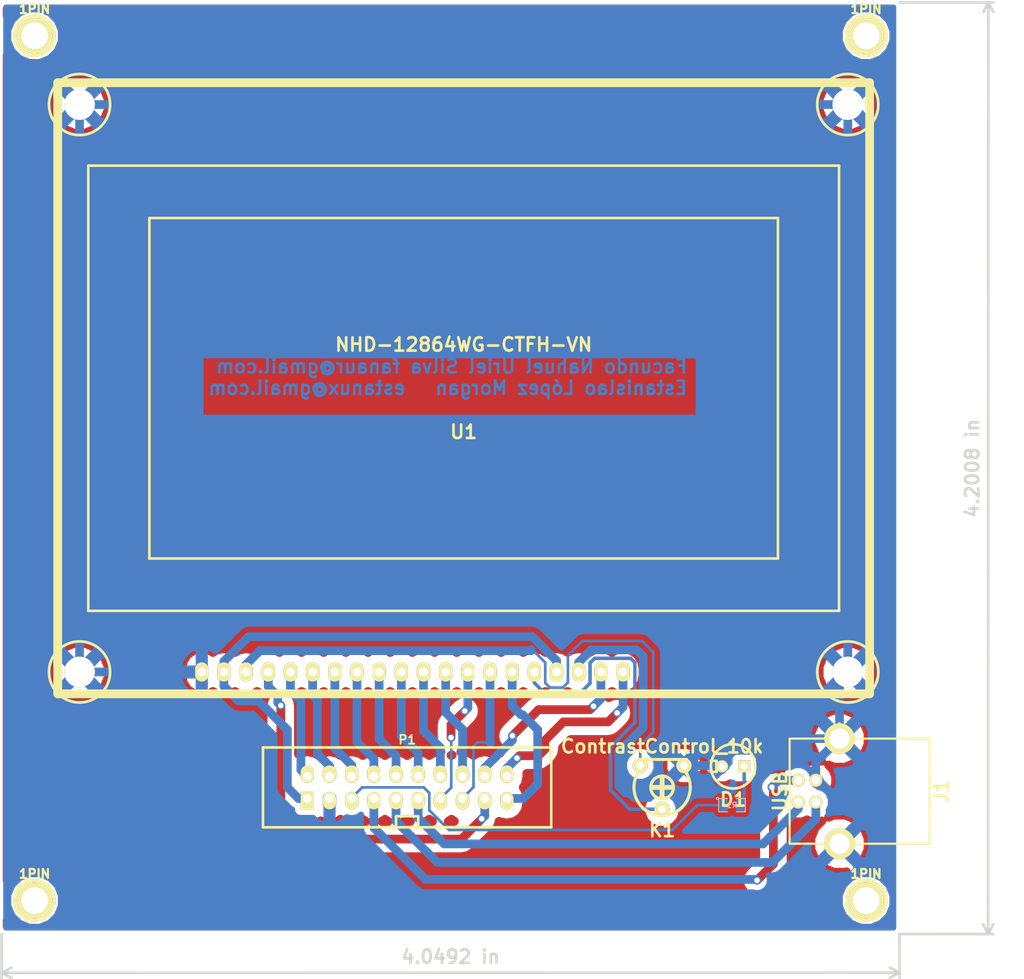
<source format=kicad_pcb>
(kicad_pcb (version 3) (host pcbnew "(2013-mar-13)-testing")

  (general
    (links 34)
    (no_connects 0)
    (area 159.359599 35.661599 281.416445 149.717611)
    (thickness 1.5748)
    (drawings 7)
    (tracks 196)
    (zones 0)
    (modules 10)
    (nets 24)
  )

  (page A3)
  (layers
    (15 Front signal)
    (0 Back signal)
    (16 B.Adhes user)
    (17 F.Adhes user)
    (18 B.Paste user)
    (19 F.Paste user)
    (20 B.SilkS user)
    (21 F.SilkS user)
    (22 B.Mask user)
    (23 F.Mask user)
    (24 Dwgs.User user)
    (25 Cmts.User user)
    (26 Eco1.User user)
    (27 Eco2.User user)
    (28 Edge.Cuts user)
  )

  (setup
    (last_trace_width 0.254)
    (user_trace_width 0.3048)
    (user_trace_width 0.39878)
    (user_trace_width 1.00076)
    (user_trace_width 1.99898)
    (user_trace_width 2.99974)
    (user_trace_width 4.0005)
    (trace_clearance 0.254)
    (zone_clearance 1.016)
    (zone_45_only yes)
    (trace_min 0.254)
    (segment_width 0.3048)
    (edge_width 0.2032)
    (via_size 0.889)
    (via_drill 0.635)
    (via_min_size 0.889)
    (via_min_drill 0.508)
    (user_via 1.2 0.5)
    (uvia_size 0.508)
    (uvia_drill 0.127)
    (uvias_allowed no)
    (uvia_min_size 0.508)
    (uvia_min_drill 0.127)
    (pcb_text_width 0.3048)
    (pcb_text_size 1.524 1.524)
    (mod_edge_width 0.3048)
    (mod_text_size 1.27 1.27)
    (mod_text_width 0.254)
    (pad_size 1.524 1.99898)
    (pad_drill 1.00076)
    (pad_to_mask_clearance 0.254)
    (aux_axis_origin 0 0)
    (visible_elements 7FFFFFFF)
    (pcbplotparams
      (layerselection 32769)
      (usegerberextensions false)
      (excludeedgelayer true)
      (linewidth 0.150000)
      (plotframeref false)
      (viasonmask false)
      (mode 1)
      (useauxorigin false)
      (hpglpennumber 1)
      (hpglpenspeed 20)
      (hpglpendiameter 15)
      (hpglpenoverlay 0)
      (psnegative true)
      (psa4output false)
      (plotreference true)
      (plotvalue true)
      (plotothertext true)
      (plotinvisibletext false)
      (padsonsilk false)
      (subtractmaskfromsilk false)
      (outputformat 2)
      (mirror false)
      (drillshape 0)
      (scaleselection 1)
      (outputdirectory GERBER/))
  )

  (net 0 "")
  (net 1 +5V)
  (net 2 /CS1)
  (net 3 /CS2)
  (net 4 /DB0)
  (net 5 /DB1)
  (net 6 /DB2)
  (net 7 /DB3)
  (net 8 /DB4)
  (net 9 /DB5)
  (net 10 /DB6)
  (net 11 /DB7)
  (net 12 /E)
  (net 13 /R/W)
  (net 14 /RS)
  (net 15 /STATUS_LED)
  (net 16 /USB+)
  (net 17 /USB-)
  (net 18 /USB_VCC)
  (net 19 /V0)
  (net 20 /VEE)
  (net 21 /~RST)
  (net 22 GND)
  (net 23 N-000001)

  (net_class Default "This is the default net class."
    (clearance 0.254)
    (trace_width 0.254)
    (via_dia 0.889)
    (via_drill 0.635)
    (uvia_dia 0.508)
    (uvia_drill 0.127)
    (add_net "")
    (add_net +5V)
    (add_net /CS1)
    (add_net /CS2)
    (add_net /DB0)
    (add_net /DB1)
    (add_net /DB2)
    (add_net /DB3)
    (add_net /DB4)
    (add_net /DB5)
    (add_net /DB6)
    (add_net /DB7)
    (add_net /E)
    (add_net /R/W)
    (add_net /RS)
    (add_net /STATUS_LED)
    (add_net /USB+)
    (add_net /USB-)
    (add_net /USB_VCC)
    (add_net /V0)
    (add_net /VEE)
    (add_net /~RST)
    (add_net GND)
    (add_net N-000001)
  )

  (module trimmer_piher_pt6xv (layer Front) (tedit 4EADC575) (tstamp 514B1C08)
    (at 235.204 125.73)
    (descr "trimmer, Piher PT6-xV")
    (tags trimmer)
    (path /507814C4)
    (fp_text reference K1 (at 0 4.89966) (layer F.SilkS)
      (effects (font (thickness 0.3048)))
    )
    (fp_text value ContrastControl_10k (at 0 -4.699) (layer F.SilkS)
      (effects (font (thickness 0.3048)))
    )
    (fp_arc (start 0 0) (end 2.32918 2.21996) (angle 90) (layer F.SilkS) (width 0.35052))
    (fp_line (start 2.79908 -3.2004) (end 2.79908 -1.6002) (layer F.SilkS) (width 0.35052))
    (fp_line (start -2.79908 -3.2004) (end -2.79908 -1.6002) (layer F.SilkS) (width 0.35052))
    (fp_arc (start 0 0) (end -1.6002 2.79908) (angle 90) (layer F.SilkS) (width 0.35052))
    (fp_arc (start 0 0) (end 2.79908 -1.6002) (angle 90) (layer F.SilkS) (width 0.35052))
    (fp_line (start 2.79908 -3.2004) (end -2.79908 -3.2004) (layer F.SilkS) (width 0.35052))
    (fp_line (start -0.09906 1.19888) (end -0.09906 -1.09982) (layer F.SilkS) (width 0.35052))
    (fp_line (start -0.09906 -1.09982) (end 0.09906 -1.09982) (layer F.SilkS) (width 0.35052))
    (fp_line (start 0.09906 -1.09982) (end 0.09906 1.19888) (layer F.SilkS) (width 0.35052))
    (fp_line (start 1.19888 -0.09906) (end -1.09982 -0.09906) (layer F.SilkS) (width 0.35052))
    (fp_line (start -1.09982 -0.09906) (end -1.09982 0.09906) (layer F.SilkS) (width 0.35052))
    (fp_line (start -1.09982 0.09906) (end 1.19888 0.09906) (layer F.SilkS) (width 0.35052))
    (fp_circle (center 0 0) (end -1.30048 0.09906) (layer F.SilkS) (width 0.35052))
    (pad 1 thru_hole circle (at 2.49936 -2.49936) (size 1.75006 1.75006) (drill 0.89916)
      (layers *.Cu *.Mask F.SilkS)
      (net 22 GND)
    )
    (pad 2 thru_hole circle (at 0 2.49936) (size 1.75006 1.75006) (drill 0.89916)
      (layers *.Cu *.Mask F.SilkS)
      (net 19 /V0)
    )
    (pad 3 thru_hole circle (at -2.49936 -2.49936) (size 1.75006 1.75006) (drill 0.89916)
      (layers *.Cu *.Mask F.SilkS)
      (net 20 /VEE)
    )
    (model walter/pth_resistors/trimmer_piher_pt6-xv.wrl
      (at (xyz 0 0 0))
      (scale (xyz 1 1 1))
      (rotate (xyz 0 0 0))
    )
  )

  (module SM0805 (layer Back) (tedit 42806E04) (tstamp 514B1C09)
    (at 243.205 127.762)
    (path /5136741C)
    (attr smd)
    (fp_text reference R1 (at 0 0) (layer B.SilkS)
      (effects (font (size 0.635 0.635) (thickness 0.127)) (justify mirror))
    )
    (fp_text value 270 (at 0 0) (layer B.SilkS) hide
      (effects (font (size 0.635 0.635) (thickness 0.127)) (justify mirror))
    )
    (fp_circle (center -1.651 -0.762) (end -1.651 -0.635) (layer B.SilkS) (width 0.127))
    (fp_line (start -0.508 -0.762) (end -1.524 -0.762) (layer B.SilkS) (width 0.127))
    (fp_line (start -1.524 -0.762) (end -1.524 0.762) (layer B.SilkS) (width 0.127))
    (fp_line (start -1.524 0.762) (end -0.508 0.762) (layer B.SilkS) (width 0.127))
    (fp_line (start 0.508 0.762) (end 1.524 0.762) (layer B.SilkS) (width 0.127))
    (fp_line (start 1.524 0.762) (end 1.524 -0.762) (layer B.SilkS) (width 0.127))
    (fp_line (start 1.524 -0.762) (end 0.508 -0.762) (layer B.SilkS) (width 0.127))
    (pad 1 smd rect (at -0.9525 0) (size 0.889 1.397)
      (layers Back B.Paste B.Mask)
      (net 15 /STATUS_LED)
    )
    (pad 2 smd rect (at 0.9525 0) (size 0.889 1.397)
      (layers Back B.Paste B.Mask)
      (net 23 N-000001)
    )
    (model smd/chip_cms.wrl
      (at (xyz 0 0 0))
      (scale (xyz 0.1 0.1 0.1))
      (rotate (xyz 0 0 0))
    )
  )

  (module lcd_g-128x64 (layer Front) (tedit 51B7DF0A) (tstamp 514B24F1)
    (at 212.471 80.01)
    (descr "LCD Graphic Module, 128x64")
    (path /512AA6CB)
    (fp_text reference U1 (at 0 5.00126) (layer F.SilkS)
      (effects (font (thickness 0.3048)))
    )
    (fp_text value NHD-12864WG-CTFH-VN (at 0 -5.00126) (layer F.SilkS)
      (effects (font (thickness 0.3048)))
    )
    (fp_line (start -35.99942 -19.49958) (end 35.99942 -19.49958) (layer F.SilkS) (width 0.29972))
    (fp_line (start 35.99942 -19.49958) (end 35.99942 19.49958) (layer F.SilkS) (width 0.29972))
    (fp_line (start 35.99942 19.49958) (end -35.99942 19.49958) (layer F.SilkS) (width 0.29972))
    (fp_line (start -35.99942 19.49958) (end -35.99942 -19.49958) (layer F.SilkS) (width 0.29972))
    (fp_line (start -42.99966 -25.49906) (end 42.99966 -25.49906) (layer F.SilkS) (width 0.29972))
    (fp_line (start 42.99966 -25.49906) (end 42.99966 25.49906) (layer F.SilkS) (width 0.29972))
    (fp_line (start 42.99966 25.49906) (end -42.99966 25.49906) (layer F.SilkS) (width 0.29972))
    (fp_line (start -42.99966 25.49906) (end -42.99966 -25.49906) (layer F.SilkS) (width 0.29972))
    (fp_line (start -46.49978 35.0012) (end -46.49978 -35.0012) (layer F.SilkS) (width 1.00076))
    (fp_line (start -46.49978 -35.0012) (end 46.49978 -35.0012) (layer F.SilkS) (width 1.00076))
    (fp_line (start 46.49978 -35.0012) (end 46.49978 35.0012) (layer F.SilkS) (width 1.00076))
    (fp_line (start 46.49978 35.0012) (end -46.49978 35.0012) (layer F.SilkS) (width 1.00076))
    (fp_circle (center -44.00042 -32.4993) (end -47.50054 -32.4993) (layer F.SilkS) (width 0.3048))
    (fp_circle (center 44.00042 -32.4993) (end 47.50054 -32.4993) (layer F.SilkS) (width 0.3048))
    (fp_circle (center 44.00042 32.50184) (end 47.50054 32.50184) (layer F.SilkS) (width 0.3048))
    (fp_circle (center -44.00042 32.4993) (end -47.50054 32.4993) (layer F.SilkS) (width 0.3048))
    (pad "" thru_hole circle (at -44.00042 -32.4993) (size 3.50012 3.50012) (drill 3.50012)
      (layers *.Cu *.Mask F.SilkS)
      (net 22 GND)
    )
    (pad "" thru_hole circle (at 44.00042 -32.4993) (size 3.50012 3.50012) (drill 3.50012)
      (layers *.Cu *.Mask F.SilkS)
      (net 22 GND)
    )
    (pad "" thru_hole circle (at 44.00042 32.4993) (size 3.50012 3.50012) (drill 3.50012)
      (layers *.Cu *.Mask F.SilkS)
      (net 22 GND)
    )
    (pad "" thru_hole circle (at -44.00042 32.4993) (size 3.50012 3.50012) (drill 3.50012)
      (layers *.Cu *.Mask F.SilkS)
      (net 22 GND)
    )
    (pad 1 thru_hole oval (at 18.26006 32.4993) (size 1.524 2.19964) (drill 1.00076)
      (layers *.Cu *.Mask F.SilkS)
      (net 3 /CS2)
    )
    (pad 2 thru_hole oval (at 15.72006 32.4993) (size 1.524 2.19964) (drill 1.00076)
      (layers *.Cu *.Mask F.SilkS)
      (net 2 /CS1)
    )
    (pad 3 thru_hole oval (at 13.18006 32.4993) (size 1.524 2.19964) (drill 1.00076)
      (layers *.Cu *.Mask F.SilkS)
      (net 22 GND)
    )
    (pad 4 thru_hole oval (at 10.64006 32.4993) (size 1.524 2.19964) (drill 1.00076)
      (layers *.Cu *.Mask F.SilkS)
      (net 1 +5V)
    )
    (pad 5 thru_hole oval (at 8.10006 32.4993) (size 1.524 2.19964) (drill 1.00076)
      (layers *.Cu *.Mask F.SilkS)
      (net 19 /V0)
    )
    (pad 6 thru_hole oval (at 5.56006 32.4993) (size 1.524 2.19964) (drill 1.00076)
      (layers *.Cu *.Mask F.SilkS)
      (net 14 /RS)
    )
    (pad 7 thru_hole oval (at 3.02006 32.4993) (size 1.524 2.19964) (drill 1.00076)
      (layers *.Cu *.Mask F.SilkS)
      (net 13 /R/W)
    )
    (pad 8 thru_hole oval (at 0.48006 32.4993) (size 1.524 2.19964) (drill 1.00076)
      (layers *.Cu *.Mask F.SilkS)
      (net 12 /E)
    )
    (pad 9 thru_hole oval (at -2.05994 32.4993) (size 1.524 2.19964) (drill 1.00076)
      (layers *.Cu *.Mask F.SilkS)
      (net 4 /DB0)
    )
    (pad 10 thru_hole oval (at -4.59994 32.4993) (size 1.524 2.19964) (drill 1.00076)
      (layers *.Cu *.Mask F.SilkS)
      (net 5 /DB1)
    )
    (pad 11 thru_hole oval (at -7.13994 32.4993) (size 1.524 2.19964) (drill 1.00076)
      (layers *.Cu *.Mask F.SilkS)
      (net 6 /DB2)
    )
    (pad 12 thru_hole oval (at -9.67994 32.4993) (size 1.524 2.19964) (drill 1.00076)
      (layers *.Cu *.Mask F.SilkS)
      (net 7 /DB3)
    )
    (pad 13 thru_hole oval (at -12.21994 32.4993) (size 1.524 2.19964) (drill 1.00076)
      (layers *.Cu *.Mask F.SilkS)
      (net 8 /DB4)
    )
    (pad 14 thru_hole oval (at -14.75994 32.4993) (size 1.524 2.19964) (drill 1.00076)
      (layers *.Cu *.Mask F.SilkS)
      (net 9 /DB5)
    )
    (pad 15 thru_hole oval (at -17.29994 32.4993) (size 1.524 2.19964) (drill 1.00076)
      (layers *.Cu *.Mask F.SilkS)
      (net 10 /DB6)
    )
    (pad 16 thru_hole oval (at -19.83994 32.4993) (size 1.524 2.19964) (drill 1.00076)
      (layers *.Cu *.Mask F.SilkS)
      (net 11 /DB7)
    )
    (pad 17 thru_hole oval (at -22.37994 32.4993) (size 1.524 2.19964) (drill 1.00076)
      (layers *.Cu *.Mask F.SilkS)
      (net 21 /~RST)
    )
    (pad 18 thru_hole oval (at -24.91994 32.4993) (size 1.524 2.19964) (drill 1.00076)
      (layers *.Cu *.Mask F.SilkS)
      (net 20 /VEE)
    )
    (pad 19 thru_hole oval (at -27.45994 32.4993) (size 1.524 2.19964) (drill 1.00076)
      (layers *.Cu *.Mask F.SilkS)
      (net 1 +5V)
    )
    (pad 20 thru_hole oval (at -29.99994 32.4993) (size 1.524 2.19964) (drill 1.00076)
      (layers *.Cu *.Mask F.SilkS)
      (net 22 GND)
    )
    (model walter/indicators/lcd_g-128x64.wrl
      (at (xyz 0 0 0))
      (scale (xyz 1 1 1))
      (rotate (xyz 0 0 0))
    )
  )

  (module vasch_strip_10x2 (layer Front) (tedit 51B88C23) (tstamp 514B2A68)
    (at 205.994 125.73)
    (descr "Shrouded header, 10x2pin p2.54")
    (tags "CONN DEV")
    (path /5132692E)
    (fp_text reference P1 (at 0 -5.461) (layer F.SilkS)
      (effects (font (size 1.016 1.016) (thickness 0.2032)))
    )
    (fp_text value CONN_10X2 (at 0 5.461) (layer F.SilkS) hide
      (effects (font (size 1.016 0.889) (thickness 0.2032)))
    )
    (fp_line (start 16.51 4.572) (end -16.51 4.572) (layer F.SilkS) (width 0.3048))
    (fp_line (start -16.51 -4.572) (end 16.51 -4.572) (layer F.SilkS) (width 0.3048))
    (fp_line (start -16.51 -4.572) (end -16.51 4.572) (layer F.SilkS) (width 0.29972))
    (fp_line (start 16.51 -4.572) (end 16.51 4.572) (layer F.SilkS) (width 0.29972))
    (fp_line (start 1.27 4.572) (end 1.27 3.302) (layer F.SilkS) (width 0.29972))
    (fp_line (start 1.27 3.302) (end -1.27 3.302) (layer F.SilkS) (width 0.29972))
    (fp_line (start -1.27 3.302) (end -1.27 4.572) (layer F.SilkS) (width 0.29972))
    (pad 1 thru_hole rect (at -11.43 1.27) (size 1.524 1.99898) (drill 1.00076 (offset 0 0.24638))
      (layers *.Cu *.Mask F.SilkS)
      (net 1 +5V)
    )
    (pad 2 thru_hole oval (at -11.43 -1.27) (size 1.524 1.99898) (drill 1.00076 (offset 0 -0.24638))
      (layers *.Cu *.Mask F.SilkS)
      (net 11 /DB7)
    )
    (pad 3 thru_hole oval (at -8.89 1.27) (size 1.524 1.99898) (drill 1.00076 (offset 0 0.24638))
      (layers *.Cu *.Mask F.SilkS)
      (net 22 GND)
    )
    (pad 4 thru_hole oval (at -8.89 -1.27) (size 1.524 1.99898) (drill 1.00076 (offset 0 -0.24638))
      (layers *.Cu *.Mask F.SilkS)
      (net 10 /DB6)
    )
    (pad 5 thru_hole oval (at -6.35 1.27) (size 1.524 1.99898) (drill 1.00076 (offset 0 0.24638))
      (layers *.Cu *.Mask F.SilkS)
      (net 15 /STATUS_LED)
    )
    (pad 6 thru_hole oval (at -6.35 -1.27) (size 1.524 1.99898) (drill 1.00076 (offset 0 -0.24638))
      (layers *.Cu *.Mask F.SilkS)
      (net 9 /DB5)
    )
    (pad 7 thru_hole oval (at -3.81 1.27) (size 1.524 1.99898) (drill 1.00076 (offset 0 0.24638))
      (layers *.Cu *.Mask F.SilkS)
      (net 18 /USB_VCC)
    )
    (pad 8 thru_hole oval (at -3.81 -1.27) (size 1.524 1.99898) (drill 1.00076 (offset 0 -0.24638))
      (layers *.Cu *.Mask F.SilkS)
      (net 8 /DB4)
    )
    (pad 9 thru_hole oval (at -1.27 1.27) (size 1.524 1.99898) (drill 1.00076 (offset 0 0.24638))
      (layers *.Cu *.Mask F.SilkS)
      (net 16 /USB+)
    )
    (pad 10 thru_hole oval (at -1.27 -1.27) (size 1.524 1.99898) (drill 1.00076 (offset 0 -0.24638))
      (layers *.Cu *.Mask F.SilkS)
      (net 7 /DB3)
    )
    (pad 11 thru_hole oval (at 1.27 1.27) (size 1.524 1.99898) (drill 1.00076 (offset 0 0.24638))
      (layers *.Cu *.Mask F.SilkS)
      (net 17 /USB-)
    )
    (pad 12 thru_hole oval (at 1.27 -1.27) (size 1.524 1.99898) (drill 1.00076 (offset 0 -0.24638))
      (layers *.Cu *.Mask F.SilkS)
      (net 6 /DB2)
    )
    (pad 13 thru_hole oval (at 3.81 1.27) (size 1.524 1.99898) (drill 1.00076 (offset 0 0.24638))
      (layers *.Cu *.Mask F.SilkS)
      (net 12 /E)
    )
    (pad 14 thru_hole oval (at 3.81 -1.27) (size 1.524 1.99898) (drill 1.00076 (offset 0 -0.24638))
      (layers *.Cu *.Mask F.SilkS)
      (net 5 /DB1)
    )
    (pad 15 thru_hole oval (at 6.35 1.27) (size 1.524 1.99898) (drill 1.00076 (offset 0 0.24638))
      (layers *.Cu *.Mask F.SilkS)
      (net 13 /R/W)
    )
    (pad 16 thru_hole oval (at 6.35 -1.27) (size 1.524 1.99898) (drill 1.00076 (offset 0 -0.24638))
      (layers *.Cu *.Mask F.SilkS)
      (net 4 /DB0)
    )
    (pad 17 thru_hole oval (at 8.89 1.27) (size 1.524 1.99898) (drill 1.00076 (offset 0 0.24638))
      (layers *.Cu *.Mask F.SilkS)
      (net 21 /~RST)
    )
    (pad 18 thru_hole oval (at 8.89 -1.27) (size 1.524 1.99898) (drill 1.00076 (offset 0 -0.24638))
      (layers *.Cu *.Mask F.SilkS)
      (net 2 /CS1)
    )
    (pad 19 thru_hole oval (at 11.43 1.27) (size 1.524 1.99898) (drill 1.00076 (offset 0 0.24638))
      (layers *.Cu *.Mask F.SilkS)
      (net 14 /RS)
    )
    (pad 20 thru_hole oval (at 11.43 -1.27) (size 1.524 1.99898) (drill 1.00076 (offset 0 -0.24638))
      (layers *.Cu *.Mask F.SilkS)
      (net 3 /CS2)
    )
    (model walter/conn_strip/vasch_strip_10x2.wrl
      (at (xyz 0 0 0))
      (scale (xyz 1 1 1))
      (rotate (xyz 0 0 0))
    )
  )

  (module LEDV (layer Front) (tedit 200000) (tstamp 514B2B1F)
    (at 243.332 123.317 180)
    (descr "Led verticale diam 6mm")
    (tags "LED DEV")
    (path /513674D7)
    (fp_text reference D1 (at 0 -3.81 180) (layer F.SilkS)
      (effects (font (thickness 0.3048)))
    )
    (fp_text value STATUS_LED (at 0 -3.81 180) (layer F.SilkS) hide
      (effects (font (thickness 0.3048)))
    )
    (fp_circle (center 0 0) (end -2.54 0) (layer F.SilkS) (width 0.3048))
    (fp_line (start 2.54 -0.635) (end 1.905 -0.635) (layer F.SilkS) (width 0.3048))
    (fp_line (start 1.905 -0.635) (end 1.905 0.635) (layer F.SilkS) (width 0.3048))
    (fp_line (start 1.905 0.635) (end 2.54 0.635) (layer F.SilkS) (width 0.3048))
    (pad 1 thru_hole rect (at -1.27 0 180) (size 1.397 1.397) (drill 0.8128)
      (layers *.Cu *.Mask F.SilkS)
      (net 23 N-000001)
    )
    (pad 2 thru_hole circle (at 1.27 0 180) (size 1.397 1.397) (drill 0.8128)
      (layers *.Cu *.Mask F.SilkS)
      (net 22 GND)
    )
    (model discret/led5_vertical.wrl
      (at (xyz 0 0 0))
      (scale (xyz 1 1 1))
      (rotate (xyz 0 0 0))
    )
  )

  (module 1pin (layer Front) (tedit 200000) (tstamp 51B3A930)
    (at 163.322 39.624)
    (descr "module 1 pin (ou trou mecanique de percage)")
    (tags DEV)
    (path 1pin)
    (fp_text reference 1PIN (at 0 -3.048) (layer F.SilkS)
      (effects (font (size 1.016 1.016) (thickness 0.254)))
    )
    (fp_text value P*** (at 0 2.794) (layer F.SilkS) hide
      (effects (font (size 1.016 1.016) (thickness 0.254)))
    )
    (fp_circle (center 0 0) (end 0 -2.286) (layer F.SilkS) (width 0.381))
    (pad 1 thru_hole circle (at 0 0) (size 4.064 4.064) (drill 3.048)
      (layers *.Cu *.Mask F.SilkS)
    )
  )

  (module 1pin (layer Front) (tedit 200000) (tstamp 51B3A93C)
    (at 258.572 39.624)
    (descr "module 1 pin (ou trou mecanique de percage)")
    (tags DEV)
    (path 1pin)
    (fp_text reference 1PIN (at 0 -3.048) (layer F.SilkS)
      (effects (font (size 1.016 1.016) (thickness 0.254)))
    )
    (fp_text value P*** (at 0 2.794) (layer F.SilkS) hide
      (effects (font (size 1.016 1.016) (thickness 0.254)))
    )
    (fp_circle (center 0 0) (end 0 -2.286) (layer F.SilkS) (width 0.381))
    (pad 1 thru_hole circle (at 0 0) (size 4.064 4.064) (drill 3.048)
      (layers *.Cu *.Mask F.SilkS)
    )
  )

  (module 1pin (layer Front) (tedit 200000) (tstamp 51B3A947)
    (at 258.572 138.684)
    (descr "module 1 pin (ou trou mecanique de percage)")
    (tags DEV)
    (path 1pin)
    (fp_text reference 1PIN (at 0 -3.048) (layer F.SilkS)
      (effects (font (size 1.016 1.016) (thickness 0.254)))
    )
    (fp_text value P*** (at 0 2.794) (layer F.SilkS) hide
      (effects (font (size 1.016 1.016) (thickness 0.254)))
    )
    (fp_circle (center 0 0) (end 0 -2.286) (layer F.SilkS) (width 0.381))
    (pad 1 thru_hole circle (at 0 0) (size 4.064 4.064) (drill 3.048)
      (layers *.Cu *.Mask F.SilkS)
    )
  )

  (module 1pin (layer Front) (tedit 200000) (tstamp 51B3A95A)
    (at 163.322 138.684)
    (descr "module 1 pin (ou trou mecanique de percage)")
    (tags DEV)
    (path 1pin)
    (fp_text reference 1PIN (at 0 -3.048) (layer F.SilkS)
      (effects (font (size 1.016 1.016) (thickness 0.254)))
    )
    (fp_text value P*** (at 0 2.794) (layer F.SilkS) hide
      (effects (font (size 1.016 1.016) (thickness 0.254)))
    )
    (fp_circle (center 0 0) (end 0 -2.286) (layer F.SilkS) (width 0.381))
    (pad 1 thru_hole circle (at 0 0) (size 4.064 4.064) (drill 3.048)
      (layers *.Cu *.Mask F.SilkS)
    )
  )

  (module conn_usb_B (layer Front) (tedit 51B7DEE8) (tstamp 51B32FB1)
    (at 257.81 126.1618 90)
    (descr "USB B-type receptacle, Lumberg P/N 2411-02")
    (tags USB)
    (path /51278B20)
    (fp_text reference J1 (at 0 9.40054 90) (layer F.SilkS)
      (effects (font (thickness 0.3048)))
    )
    (fp_text value USB (at 0 -9.10082 90) (layer F.SilkS)
      (effects (font (thickness 0.3048)))
    )
    (fp_line (start 6.0198 -4.0386) (end 7.7724 -2.286) (layer F.SilkS) (width 0.254))
    (fp_line (start 7.7724 -2.286) (end 6.0198 -0.5334) (layer F.SilkS) (width 0.254))
    (fp_line (start -6.0198 -4.0386) (end -7.7724 -2.286) (layer F.SilkS) (width 0.254))
    (fp_line (start -7.7724 -2.286) (end -6.0198 -0.5334) (layer F.SilkS) (width 0.254))
    (fp_line (start -6.0198 -2.286) (end -6.0198 8.0264) (layer F.SilkS) (width 0.254))
    (fp_line (start -6.0198 8.0264) (end 6.0198 8.0264) (layer F.SilkS) (width 0.254))
    (fp_line (start 6.0198 8.0264) (end 6.0198 -2.286) (layer F.SilkS) (width 0.254))
    (fp_line (start 6.0198 -2.286) (end 6.0198 -8.001) (layer F.SilkS) (width 0.254))
    (fp_line (start 6.0198 -8.001) (end -6.0198 -8.001) (layer F.SilkS) (width 0.254))
    (fp_line (start -6.0198 -8.001) (end -6.0198 -2.286) (layer F.SilkS) (width 0.254))
    (pad 3 thru_hole circle (at -1.2446 -5.0038 90) (size 1.50114 1.50114) (drill 0.94996)
      (layers *.Cu *.Mask F.SilkS)
      (net 16 /USB+)
    )
    (pad 4 thru_hole circle (at 1.2446 -5.0038 90) (size 1.50114 1.50114) (drill 0.94996)
      (layers *.Cu *.Mask F.SilkS)
      (net 22 GND)
    )
    (pad 1 thru_hole circle (at 1.2446 -7.0104 90) (size 1.50114 1.50114) (drill 0.94996)
      (layers *.Cu *.Mask F.SilkS)
      (net 18 /USB_VCC)
    )
    (pad 2 thru_hole circle (at -1.2446 -7.0104 90) (size 1.50114 1.50114) (drill 0.94996)
      (layers *.Cu *.Mask F.SilkS)
      (net 17 /USB-)
    )
    (pad "" thru_hole circle (at -6.0198 -2.286 90) (size 3.50012 3.50012) (drill 2.30124)
      (layers *.Cu *.Mask F.SilkS)
      (net 22 GND)
    )
    (pad "" thru_hole circle (at 6.0198 -2.286 90) (size 3.50012 3.50012) (drill 2.30124)
      (layers *.Cu *.Mask F.SilkS)
      (net 22 GND)
    )
    (model walter/conn_pc/usb_B.wrl
      (at (xyz 0 0 0))
      (scale (xyz 1 1 1))
      (rotate (xyz 0 0 0))
    )
  )

  (dimension 106.700003 (width 0.3048) (layer Edge.Cuts)
    (gr_text "106,700 mm" (at 273.934328 89.177705 89.9865755) (layer Edge.Cuts)
      (effects (font (thickness 0.3048)))
    )
    (feature1 (pts (xy 262.4 35.825) (xy 275.318428 35.828027)))
    (feature2 (pts (xy 262.375 142.525) (xy 275.293428 142.528027)))
    (crossbar (pts (xy 272.550228 142.527384) (xy 272.575228 35.827384)))
    (arrow1a (pts (xy 272.575228 35.827384) (xy 273.161385 36.954025)))
    (arrow1b (pts (xy 272.575228 35.827384) (xy 271.988543 36.95375)))
    (arrow2a (pts (xy 272.550228 142.527384) (xy 273.136913 141.401018)))
    (arrow2b (pts (xy 272.550228 142.527384) (xy 271.964071 141.400743)))
  )
  (dimension 102.850003 (width 0.3048) (layer Edge.Cuts)
    (gr_text "102,850 mm" (at 210.976421 148.33351 0.0139270244) (layer Edge.Cuts)
      (effects (font (thickness 0.3048)))
    )
    (feature1 (pts (xy 262.4 142.475) (xy 262.401755 149.69261)))
    (feature2 (pts (xy 159.55 142.5) (xy 159.551755 149.71761)))
    (crossbar (pts (xy 159.551088 146.97441) (xy 262.401088 146.94941)))
    (arrow1a (pts (xy 262.401088 146.94941) (xy 261.274727 147.536105)))
    (arrow1b (pts (xy 262.401088 146.94941) (xy 261.274442 146.363263)))
    (arrow2a (pts (xy 159.551088 146.97441) (xy 160.677734 147.560557)))
    (arrow2b (pts (xy 159.551088 146.97441) (xy 160.677449 146.387715)))
  )
  (gr_line (start 159.512 142.494) (end 262.382 142.494) (angle 90) (layer Eco2.User) (width 0.3048))
  (gr_line (start 159.512 35.814) (end 159.512 142.494) (angle 90) (layer Eco2.User) (width 0.3048))
  (gr_line (start 262.382 35.814) (end 159.512 35.814) (angle 90) (layer Eco2.User) (width 0.3048))
  (gr_line (start 262.382 142.494) (end 262.382 35.814) (angle 90) (layer Eco2.User) (width 0.3048))
  (gr_text "Facundo Nahuel Uriel Silva fanaur@gmail.com\nEstanislao López Morgan   estanux@gmail.com" (at 238.252 78.74) (layer Back)
    (effects (font (thickness 0.3048)) (justify left mirror))
  )

  (segment (start 194.564 127) (end 193.548 127) (width 1.00076) (layer Back) (net 1))
  (segment (start 185.01106 114.14506) (end 185.01106 112.5093) (width 1.00076) (layer Back) (net 1) (tstamp 51B7DFD9))
  (segment (start 186.69 115.824) (end 185.01106 114.14506) (width 1.00076) (layer Back) (net 1) (tstamp 51B7DFD8))
  (segment (start 188.976 115.824) (end 186.69 115.824) (width 1.00076) (layer Back) (net 1) (tstamp 51B7DFD7))
  (segment (start 192.278 119.126) (end 188.976 115.824) (width 1.00076) (layer Back) (net 1) (tstamp 51B7DFD6))
  (segment (start 192.278 125.73) (end 192.278 119.126) (width 1.00076) (layer Back) (net 1) (tstamp 51B7DFD5))
  (segment (start 193.548 127) (end 192.278 125.73) (width 1.00076) (layer Back) (net 1) (tstamp 51B7DFD4))
  (segment (start 185.01106 112.5093) (end 185.01106 111.27994) (width 1.00076) (layer Back) (net 1))
  (segment (start 223.11106 111.22406) (end 223.11106 112.5093) (width 1.00076) (layer Back) (net 1) (tstamp 514B4CBB))
  (segment (start 220.345 108.458) (end 223.11106 111.22406) (width 1.00076) (layer Back) (net 1) (tstamp 514B4CB9))
  (segment (start 187.833 108.458) (end 220.345 108.458) (width 1.00076) (layer Back) (net 1) (tstamp 514B4CB6))
  (segment (start 185.01106 111.27994) (end 187.833 108.458) (width 1.00076) (layer Back) (net 1) (tstamp 514B4CB1))
  (segment (start 214.884 124.46) (end 214.884 123.491) (width 1.00076) (layer Back) (net 2))
  (segment (start 228.19106 115.58394) (end 228.19106 112.5093) (width 1.00076) (layer Back) (net 2) (tstamp 51B88DBD))
  (segment (start 227.35 116.425) (end 228.19106 115.58394) (width 1.00076) (layer Back) (net 2) (tstamp 51B88DBC))
  (via (at 227.35 116.425) (size 0.889) (layers Front Back) (net 2))
  (segment (start 226.95 116.825) (end 227.35 116.425) (width 1.00076) (layer Front) (net 2) (tstamp 51B88DBA))
  (segment (start 221.05 116.825) (end 226.95 116.825) (width 1.00076) (layer Front) (net 2) (tstamp 51B88DB9))
  (segment (start 218.05 119.825) (end 221.05 116.825) (width 1.00076) (layer Front) (net 2) (tstamp 51B88DB8))
  (via (at 218.05 119.825) (size 0.889) (layers Front Back) (net 2))
  (segment (start 218.05 120.325) (end 218.05 119.825) (width 1.00076) (layer Back) (net 2) (tstamp 51B88DB5))
  (segment (start 214.884 123.491) (end 218.05 120.325) (width 1.00076) (layer Back) (net 2) (tstamp 51B88DAE))
  (segment (start 217.424 124.46) (end 217.424 123.526) (width 1.00076) (layer Back) (net 3))
  (segment (start 230.73106 116.51894) (end 230.73106 112.5093) (width 1.00076) (layer Back) (net 3) (tstamp 51B88DCF))
  (segment (start 230.05 117.2) (end 230.73106 116.51894) (width 1.00076) (layer Back) (net 3) (tstamp 51B88DCE))
  (via (at 230.05 117.2) (size 0.889) (layers Front Back) (net 3))
  (segment (start 229.025 118.225) (end 230.05 117.2) (width 1.00076) (layer Front) (net 3) (tstamp 51B88DCC))
  (segment (start 223.9 118.225) (end 229.025 118.225) (width 1.00076) (layer Front) (net 3) (tstamp 51B88DCA))
  (segment (start 221.775 120.35) (end 223.9 118.225) (width 1.00076) (layer Front) (net 3) (tstamp 51B88DC9))
  (segment (start 221.775 121.375) (end 221.775 120.35) (width 1.00076) (layer Front) (net 3) (tstamp 51B88DC8))
  (segment (start 221.05 122.1) (end 221.775 121.375) (width 1.00076) (layer Front) (net 3) (tstamp 51B88DC7))
  (segment (start 218.85 122.1) (end 221.05 122.1) (width 1.00076) (layer Front) (net 3) (tstamp 51B88DC4))
  (segment (start 218.575 122.375) (end 218.85 122.1) (width 1.00076) (layer Front) (net 3) (tstamp 51B88DC3))
  (via (at 218.575 122.375) (size 0.889) (layers Front Back) (net 3))
  (segment (start 217.424 123.526) (end 218.575 122.375) (width 1.00076) (layer Back) (net 3) (tstamp 51B88DC1))
  (segment (start 210.41106 112.5093) (end 210.41106 117.16106) (width 1.00076) (layer Back) (net 4))
  (segment (start 212.344 119.094) (end 212.344 124.46) (width 1.00076) (layer Back) (net 4) (tstamp 51B88E96))
  (segment (start 210.41106 117.16106) (end 212.344 119.094) (width 1.00076) (layer Back) (net 4) (tstamp 51B88E93))
  (segment (start 207.87106 112.5093) (end 207.87106 119.24606) (width 1.00076) (layer Back) (net 5))
  (segment (start 209.804 121.179) (end 209.804 124.46) (width 1.00076) (layer Back) (net 5) (tstamp 51B88E87))
  (segment (start 207.87106 119.24606) (end 209.804 121.179) (width 1.00076) (layer Back) (net 5) (tstamp 51B88E85))
  (segment (start 205.33106 112.5093) (end 205.33106 119.83106) (width 1.00076) (layer Back) (net 6))
  (segment (start 207.264 121.764) (end 207.264 124.46) (width 1.00076) (layer Back) (net 6) (tstamp 51B88E78))
  (segment (start 205.33106 119.83106) (end 207.264 121.764) (width 1.00076) (layer Back) (net 6) (tstamp 51B88E77))
  (segment (start 202.79106 112.5093) (end 202.79106 120.19106) (width 1.00076) (layer Back) (net 7))
  (segment (start 204.724 122.124) (end 204.724 124.46) (width 1.00076) (layer Back) (net 7) (tstamp 51B88E6C))
  (segment (start 202.79106 120.19106) (end 204.724 122.124) (width 1.00076) (layer Back) (net 7) (tstamp 51B88E6A))
  (segment (start 200.25106 112.5093) (end 200.25106 120.52606) (width 1.00076) (layer Back) (net 8))
  (segment (start 202.184 122.459) (end 202.184 124.46) (width 1.00076) (layer Back) (net 8) (tstamp 51B88E5B))
  (segment (start 200.25106 120.52606) (end 202.184 122.459) (width 1.00076) (layer Back) (net 8) (tstamp 51B88E59))
  (segment (start 197.71106 112.5093) (end 197.71106 121.26106) (width 1.00076) (layer Back) (net 9))
  (segment (start 199.644 123.194) (end 199.644 124.46) (width 1.00076) (layer Back) (net 9) (tstamp 51B88E51))
  (segment (start 197.71106 121.26106) (end 199.644 123.194) (width 1.00076) (layer Back) (net 9) (tstamp 51B88E4D))
  (segment (start 195.17106 112.5093) (end 195.17106 115.19606) (width 1.00076) (layer Back) (net 10))
  (segment (start 197.104 123.279) (end 197.104 124.46) (width 1.00076) (layer Back) (net 10) (tstamp 51B88E43))
  (segment (start 195.725 121.9) (end 197.104 123.279) (width 1.00076) (layer Back) (net 10) (tstamp 51B88E41))
  (segment (start 195.725 115.75) (end 195.725 121.9) (width 1.00076) (layer Back) (net 10) (tstamp 51B88E3F))
  (segment (start 195.17106 115.19606) (end 195.725 115.75) (width 1.00076) (layer Back) (net 10) (tstamp 51B88E3D))
  (segment (start 192.63106 112.5093) (end 192.63106 114.60606) (width 1.00076) (layer Back) (net 11))
  (segment (start 193.825 123.721) (end 194.564 124.46) (width 1.00076) (layer Back) (net 11) (tstamp 51B88E33))
  (segment (start 193.825 115.8) (end 193.825 123.721) (width 1.00076) (layer Back) (net 11) (tstamp 51B88E31))
  (segment (start 192.63106 114.60606) (end 193.825 115.8) (width 1.00076) (layer Back) (net 11) (tstamp 51B88E30))
  (segment (start 212.95106 112.5093) (end 212.95106 116.62394) (width 1.00076) (layer Back) (net 12))
  (segment (start 211.05 125.754) (end 209.804 127) (width 0.3048) (layer Back) (net 12) (tstamp 51B88D9C))
  (segment (start 211.05 120.05) (end 211.05 125.754) (width 0.3048) (layer Back) (net 12) (tstamp 51B88D95))
  (segment (start 211.025 120.025) (end 211.05 120.05) (width 0.3048) (layer Back) (net 12) (tstamp 51B88D94))
  (via (at 211.025 120.025) (size 0.889) (layers Front Back) (net 12))
  (segment (start 211.025 118.55) (end 211.025 120.025) (width 1.00076) (layer Front) (net 12) (tstamp 51B88D91))
  (segment (start 212.6 116.975) (end 211.025 118.55) (width 1.00076) (layer Front) (net 12) (tstamp 51B88D90))
  (via (at 212.6 116.975) (size 0.889) (layers Front Back) (net 12))
  (segment (start 212.95106 116.62394) (end 212.6 116.975) (width 1.00076) (layer Back) (net 12) (tstamp 51B88D89))
  (segment (start 212.344 127) (end 212.344 126.956) (width 0.3048) (layer Back) (net 13))
  (segment (start 215.49106 120.51606) (end 215.49106 112.5093) (width 1.00076) (layer Back) (net 13) (tstamp 51B88D80))
  (segment (start 215.55 120.575) (end 215.49106 120.51606) (width 1.00076) (layer Back) (net 13) (tstamp 51B88D7F))
  (segment (start 214.025 120.575) (end 215.55 120.575) (width 0.3048) (layer Back) (net 13) (tstamp 51B88D77))
  (segment (start 213.6 121) (end 214.025 120.575) (width 0.3048) (layer Back) (net 13) (tstamp 51B88D73))
  (segment (start 213.6 125.7) (end 213.6 121) (width 0.3048) (layer Back) (net 13) (tstamp 51B88D6E))
  (segment (start 212.344 126.956) (end 213.6 125.7) (width 0.3048) (layer Back) (net 13) (tstamp 51B88D5F))
  (segment (start 217.424 127) (end 219.3 127) (width 1.00076) (layer Back) (net 14))
  (segment (start 218.03106 116.40606) (end 218.03106 112.5093) (width 1.00076) (layer Back) (net 14) (tstamp 51B88DE9))
  (segment (start 219.025 117.4) (end 218.03106 116.40606) (width 1.00076) (layer Back) (net 14) (tstamp 51B88DE7))
  (segment (start 219.225 117.4) (end 219.025 117.4) (width 1.00076) (layer Back) (net 14) (tstamp 51B88DE6))
  (segment (start 220.95 119.125) (end 219.225 117.4) (width 1.00076) (layer Back) (net 14) (tstamp 51B88DE4))
  (segment (start 220.95 125.35) (end 220.95 119.125) (width 1.00076) (layer Back) (net 14) (tstamp 51B88DE3))
  (segment (start 219.3 127) (end 220.95 125.35) (width 1.00076) (layer Back) (net 14) (tstamp 51B88DE2))
  (segment (start 242.2525 127.762) (end 239.2172 127.762) (width 0.3048) (layer Back) (net 15))
  (segment (start 199.644 126.9238) (end 199.644 127) (width 0.3048) (layer Back) (net 15) (tstamp 51708355))
  (segment (start 200.8378 125.73) (end 199.644 126.9238) (width 0.3048) (layer Back) (net 15) (tstamp 51708352))
  (segment (start 207.899 125.73) (end 200.8378 125.73) (width 0.3048) (layer Back) (net 15) (tstamp 51708350))
  (segment (start 208.534 126.365) (end 207.899 125.73) (width 0.3048) (layer Back) (net 15) (tstamp 5170834E))
  (segment (start 208.534 128.3462) (end 208.534 126.365) (width 0.3048) (layer Back) (net 15) (tstamp 5170834D))
  (segment (start 210.7946 130.6068) (end 208.534 128.3462) (width 0.3048) (layer Back) (net 15) (tstamp 51708349))
  (segment (start 236.3724 130.6068) (end 210.7946 130.6068) (width 0.3048) (layer Back) (net 15) (tstamp 51708347))
  (segment (start 239.2172 127.762) (end 236.3724 130.6068) (width 0.3048) (layer Back) (net 15) (tstamp 51708345))
  (segment (start 204.724 127) (end 204.724 129.599) (width 1.00076) (layer Back) (net 16))
  (segment (start 252.8062 129.3688) (end 252.8062 127.4064) (width 1.00076) (layer Back) (net 16) (tstamp 51B88E13))
  (segment (start 247.85 134.325) (end 252.8062 129.3688) (width 1.00076) (layer Back) (net 16) (tstamp 51B88E11))
  (segment (start 209.45 134.325) (end 247.85 134.325) (width 1.00076) (layer Back) (net 16) (tstamp 51B88E0E))
  (segment (start 204.724 129.599) (end 209.45 134.325) (width 1.00076) (layer Back) (net 16) (tstamp 51B88E0D))
  (segment (start 207.264 127) (end 207.264 129.239) (width 1.00076) (layer Back) (net 17))
  (segment (start 250.7996 128.1754) (end 250.7996 127.4064) (width 1.00076) (layer Back) (net 17) (tstamp 51B88E09))
  (segment (start 246.775 132.2) (end 250.7996 128.1754) (width 1.00076) (layer Back) (net 17) (tstamp 51B88E06))
  (segment (start 210.225 132.2) (end 246.775 132.2) (width 1.00076) (layer Back) (net 17) (tstamp 51B88E02))
  (segment (start 207.264 129.239) (end 210.225 132.2) (width 1.00076) (layer Back) (net 17) (tstamp 51B88DFF))
  (segment (start 202.184 127) (end 202.184 130.359) (width 1.00076) (layer Back) (net 18))
  (segment (start 248.5578 124.9172) (end 250.7996 124.9172) (width 1.00076) (layer Back) (net 18) (tstamp 51B88E24))
  (segment (start 247.775 125.7) (end 248.5578 124.9172) (width 1.00076) (layer Back) (net 18) (tstamp 51B88E23))
  (via (at 247.775 125.7) (size 0.889) (layers Front Back) (net 18))
  (segment (start 247.95 125.875) (end 247.775 125.7) (width 1.00076) (layer Front) (net 18) (tstamp 51B88E21))
  (segment (start 247.95 134.5) (end 247.95 125.875) (width 1.00076) (layer Front) (net 18) (tstamp 51B88E20))
  (segment (start 246.075 136.375) (end 247.95 134.5) (width 1.00076) (layer Front) (net 18) (tstamp 51B88E1F))
  (via (at 246.075 136.375) (size 0.889) (layers Front Back) (net 18))
  (segment (start 245.975 136.275) (end 246.075 136.375) (width 1.00076) (layer Back) (net 18) (tstamp 51B88E1D))
  (segment (start 208.1 136.275) (end 245.975 136.275) (width 1.00076) (layer Back) (net 18) (tstamp 51B88E17))
  (segment (start 202.184 130.359) (end 208.1 136.275) (width 1.00076) (layer Back) (net 18) (tstamp 51B88E16))
  (segment (start 220.57106 113.76406) (end 221.869 115.062) (width 0.39878) (layer Back) (net 19) (tstamp 514B515F))
  (segment (start 221.869 115.062) (end 225.679 115.062) (width 0.39878) (layer Back) (net 19) (tstamp 514B5166))
  (segment (start 225.679 115.062) (end 226.949 113.792) (width 0.39878) (layer Back) (net 19) (tstamp 514B5167))
  (segment (start 226.949 113.792) (end 226.949 111.46536) (width 0.39878) (layer Back) (net 19) (tstamp 514B5168))
  (segment (start 226.949 111.46536) (end 227.47224 110.94212) (width 0.39878) (layer Back) (net 19) (tstamp 514B5169))
  (segment (start 227.47224 110.94212) (end 231.59212 110.94212) (width 0.39878) (layer Back) (net 19) (tstamp 514B516C))
  (segment (start 231.59212 110.94212) (end 232.08488 111.43488) (width 0.39878) (layer Back) (net 19) (tstamp 514B516D))
  (segment (start 232.08488 111.43488) (end 232.08488 118.30812) (width 0.39878) (layer Back) (net 19) (tstamp 514B516F))
  (segment (start 232.08488 118.30812) (end 229.29088 121.10212) (width 0.39878) (layer Back) (net 19) (tstamp 514B5170))
  (segment (start 229.29088 121.10212) (end 229.29088 126.03988) (width 0.39878) (layer Back) (net 19) (tstamp 514B5173))
  (segment (start 229.29088 126.03988) (end 231.48036 128.22936) (width 0.39878) (layer Back) (net 19) (tstamp 514B5176))
  (segment (start 231.48036 128.22936) (end 235.204 128.22936) (width 0.39878) (layer Back) (net 19) (tstamp 514B5178))
  (segment (start 220.57106 112.5093) (end 220.57106 113.76406) (width 0.39878) (layer Back) (net 19))
  (segment (start 187.55106 112.5093) (end 187.55106 111.64894) (width 1.00076) (layer Back) (net 20))
  (segment (start 220.181649 110.069151) (end 220.181649 109.9312) (width 1.00076) (layer Back) (net 20) (tstamp 51B88D07))
  (segment (start 189.130849 110.069151) (end 220.181649 110.069151) (width 1.00076) (layer Back) (net 20) (tstamp 51B88D01))
  (segment (start 187.55106 111.64894) (end 189.130849 110.069151) (width 1.00076) (layer Back) (net 20) (tstamp 51B88CFF))
  (segment (start 232.70464 123.23064) (end 232.70464 120.86336) (width 0.3048) (layer Back) (net 20))
  (segment (start 220.3196 109.9312) (end 220.181649 109.9312) (width 0.3048) (layer Back) (net 20) (tstamp 51708302))
  (segment (start 221.8182 111.4298) (end 220.3196 109.9312) (width 0.3048) (layer Back) (net 20) (tstamp 51708301))
  (segment (start 221.8182 113.7666) (end 221.8182 111.4298) (width 0.3048) (layer Back) (net 20) (tstamp 51708300))
  (segment (start 222.3516 114.3) (end 221.8182 113.7666) (width 0.3048) (layer Back) (net 20) (tstamp 517082FE))
  (segment (start 223.8248 114.3) (end 222.3516 114.3) (width 0.3048) (layer Back) (net 20) (tstamp 517082FD))
  (segment (start 224.409 113.7158) (end 223.8248 114.3) (width 0.3048) (layer Back) (net 20) (tstamp 517082FB))
  (segment (start 224.409 110.617) (end 224.409 113.7158) (width 0.3048) (layer Back) (net 20) (tstamp 517082F3))
  (segment (start 226.06 108.966) (end 224.409 110.617) (width 0.3048) (layer Back) (net 20) (tstamp 517082F1))
  (segment (start 232.918 108.966) (end 226.06 108.966) (width 0.3048) (layer Back) (net 20) (tstamp 517082EF))
  (segment (start 234.188 110.236) (end 232.918 108.966) (width 0.3048) (layer Back) (net 20) (tstamp 517082ED))
  (segment (start 234.188 119.38) (end 234.188 110.236) (width 0.3048) (layer Back) (net 20) (tstamp 517082EA))
  (segment (start 232.70464 120.86336) (end 234.188 119.38) (width 0.3048) (layer Back) (net 20) (tstamp 517082E8))
  (segment (start 187.55106 111.43234) (end 187.55106 112.5093) (width 0.3048) (layer Back) (net 20) (tstamp 5170830D))
  (segment (start 189.0522 109.9312) (end 187.55106 111.43234) (width 0.3048) (layer Back) (net 20) (tstamp 5170830C))
  (segment (start 220.181649 109.9312) (end 189.0522 109.9312) (width 0.3048) (layer Back) (net 20) (tstamp 51B88D08))
  (segment (start 214.884 127) (end 214.884 128.991) (width 1.00076) (layer Back) (net 21))
  (segment (start 190.09106 114.19106) (end 190.09106 112.5093) (width 1.00076) (layer Back) (net 21) (tstamp 51B88CED))
  (segment (start 191.175 115.275) (end 190.09106 114.19106) (width 1.00076) (layer Back) (net 21) (tstamp 51B88CEB))
  (segment (start 191.175 116) (end 191.175 115.275) (width 1.00076) (layer Back) (net 21) (tstamp 51B88CE8))
  (segment (start 191.525 116.35) (end 191.175 116) (width 1.00076) (layer Back) (net 21) (tstamp 51B88CE7))
  (via (at 191.525 116.35) (size 0.889) (layers Front Back) (net 21))
  (segment (start 191.525 131.325) (end 191.525 116.35) (width 1.00076) (layer Front) (net 21) (tstamp 51B88CE1))
  (segment (start 191.85 131.65) (end 191.525 131.325) (width 1.00076) (layer Front) (net 21) (tstamp 51B88CDC))
  (segment (start 212.225 131.65) (end 191.85 131.65) (width 1.00076) (layer Front) (net 21) (tstamp 51B88CD5))
  (segment (start 214.55 129.325) (end 212.225 131.65) (width 1.00076) (layer Front) (net 21) (tstamp 51B88CD4))
  (via (at 214.55 129.325) (size 0.889) (layers Front Back) (net 21))
  (segment (start 214.884 128.991) (end 214.55 129.325) (width 1.00076) (layer Back) (net 21) (tstamp 51B88CAF))
  (segment (start 237.70336 123.23064) (end 241.97564 123.23064) (width 1.00076) (layer Back) (net 22))
  (segment (start 241.97564 123.23064) (end 242.062 123.317) (width 1.00076) (layer Back) (net 22) (tstamp 51B88D48))
  (segment (start 242.062 123.317) (end 242.062 121.863) (width 1.00076) (layer Back) (net 22))
  (segment (start 242.062 121.863) (end 243.783 120.142) (width 1.00076) (layer Back) (net 22) (tstamp 51B88D41))
  (segment (start 243.783 120.142) (end 255.524 120.142) (width 1.00076) (layer Back) (net 22) (tstamp 51B88D43))
  (segment (start 252.8062 124.9172) (end 252.8062 122.8598) (width 1.00076) (layer Back) (net 22))
  (segment (start 252.8062 122.8598) (end 255.524 120.142) (width 1.00076) (layer Back) (net 22) (tstamp 51B88D3B))
  (segment (start 255.524 120.142) (end 255.817 120.142) (width 1.00076) (layer Back) (net 22))
  (segment (start 260.075 127.6306) (end 255.524 132.1816) (width 1.00076) (layer Back) (net 22) (tstamp 51B88CA2))
  (segment (start 260.075 124.4) (end 260.075 127.6306) (width 1.00076) (layer Back) (net 22) (tstamp 51B88CA0))
  (segment (start 255.817 120.142) (end 260.075 124.4) (width 1.00076) (layer Back) (net 22) (tstamp 51B88C9E))
  (segment (start 168.47058 112.5093) (end 168.47058 47.5107) (width 1.00076) (layer Back) (net 22))
  (segment (start 168.47058 47.5107) (end 256.47142 47.5107) (width 1.00076) (layer Back) (net 22) (tstamp 51B88C90))
  (segment (start 256.47142 47.5107) (end 256.47142 112.5093) (width 1.00076) (layer Back) (net 22) (tstamp 51B88C91))
  (segment (start 256.47142 112.5093) (end 255.524 113.45672) (width 1.00076) (layer Back) (net 22) (tstamp 51B88C92))
  (segment (start 255.524 113.45672) (end 255.524 120.142) (width 1.00076) (layer Back) (net 22) (tstamp 51B88C96))
  (segment (start 182.47106 112.5093) (end 168.47058 112.5093) (width 1.00076) (layer Back) (net 22))
  (segment (start 197.104 127) (end 197.104 129.521) (width 1.00076) (layer Back) (net 22))
  (segment (start 182.47106 115.97106) (end 182.47106 112.5093) (width 1.00076) (layer Back) (net 22) (tstamp 51B88C8B))
  (segment (start 188.925 122.425) (end 182.47106 115.97106) (width 1.00076) (layer Back) (net 22) (tstamp 51B88C89))
  (segment (start 188.925 129.1) (end 188.925 122.425) (width 1.00076) (layer Back) (net 22) (tstamp 51B88C88))
  (segment (start 190.35 130.525) (end 188.925 129.1) (width 1.00076) (layer Back) (net 22) (tstamp 51B88C87))
  (segment (start 196.1 130.525) (end 190.35 130.525) (width 1.00076) (layer Back) (net 22) (tstamp 51B88C86))
  (segment (start 197.104 129.521) (end 196.1 130.525) (width 1.00076) (layer Back) (net 22) (tstamp 51B88C85))
  (segment (start 225.65106 111.40694) (end 227.076 109.982) (width 1.00076) (layer Back) (net 22) (tstamp 514B4CF3))
  (segment (start 225.65106 112.5093) (end 225.65106 111.40694) (width 1.00076) (layer Back) (net 22))
  (segment (start 234.569 126.365) (end 237.70336 123.23064) (width 1.00076) (layer Back) (net 22) (tstamp 514B4D04))
  (segment (start 231.013 126.365) (end 234.569 126.365) (width 1.00076) (layer Back) (net 22) (tstamp 514B4D03))
  (segment (start 230.251 125.603) (end 231.013 126.365) (width 1.00076) (layer Back) (net 22) (tstamp 514B4D02))
  (segment (start 230.251 121.666) (end 230.251 125.603) (width 1.00076) (layer Back) (net 22) (tstamp 514B4CFE))
  (segment (start 233.045 118.872) (end 230.251 121.666) (width 1.00076) (layer Back) (net 22) (tstamp 514B4CFD))
  (segment (start 233.045 110.744) (end 233.045 118.872) (width 1.00076) (layer Back) (net 22) (tstamp 514B4CFA))
  (segment (start 232.283 109.982) (end 233.045 110.744) (width 1.00076) (layer Back) (net 22) (tstamp 514B4CF9))
  (segment (start 227.076 109.982) (end 232.283 109.982) (width 1.00076) (layer Back) (net 22) (tstamp 514B4CF8))
  (segment (start 244.602 123.317) (end 244.602 127.3175) (width 0.39878) (layer Back) (net 23))
  (segment (start 244.602 127.3175) (end 244.1575 127.762) (width 0.39878) (layer Back) (net 23) (tstamp 514B518F))

  (zone (net 22) (net_name GND) (layer Back) (tstamp 51B88ECE) (hatch edge 0.508)
    (connect_pads (clearance 0.635))
    (min_thickness 0.635)
    (fill (arc_segments 16) (thermal_gap 1.5) (thermal_bridge_width 1.5))
    (polygon
      (pts
        (xy 159.8 36.05) (xy 262.025 36.05) (xy 262.025 142.125) (xy 159.725 142.125) (xy 159.725 36.05)
        (xy 159.8 36.05)
      )
    )
    (filled_polygon
      (pts
        (xy 225.79711 112.9618) (xy 225.5139 112.9618) (xy 225.5139 112.0568) (xy 225.79711 112.0568) (xy 225.79711 112.9618)
      )
    )
    (filled_polygon
      (pts
        (xy 233.0831 110.895312) (xy 232.899389 110.620371) (xy 232.406629 110.127611) (xy 232.321755 110.0709) (xy 232.460336 110.0709)
        (xy 233.0831 110.693664) (xy 233.0831 110.895312)
      )
    )
    (filled_polygon
      (pts
        (xy 261.7075 141.8075) (xy 261.557017 141.8075) (xy 261.557017 138.092951) (xy 261.557017 39.032951) (xy 261.103611 37.935625)
        (xy 260.264791 37.095339) (xy 259.168258 36.640019) (xy 257.980951 36.638983) (xy 256.883625 37.092389) (xy 256.043339 37.931209)
        (xy 255.588019 39.027742) (xy 255.586983 40.215049) (xy 256.040389 41.312375) (xy 256.879209 42.152661) (xy 257.975742 42.607981)
        (xy 259.163049 42.609017) (xy 260.260375 42.155611) (xy 261.100661 41.316791) (xy 261.555981 40.220258) (xy 261.557017 39.032951)
        (xy 261.557017 138.092951) (xy 261.103611 136.995625) (xy 260.264791 136.155339) (xy 260.084244 136.080369) (xy 260.084244 112.931872)
        (xy 260.084244 47.933272) (xy 259.970946 46.518538) (xy 259.647523 45.737726) (xy 259.007146 45.586621) (xy 258.395499 46.198268)
        (xy 258.395499 44.974974) (xy 258.244394 44.334597) (xy 256.893992 43.897876) (xy 255.479258 44.011174) (xy 254.698446 44.334597)
        (xy 254.547341 44.974974) (xy 256.47142 46.899053) (xy 258.395499 44.974974) (xy 258.395499 46.198268) (xy 257.083067 47.5107)
        (xy 259.007146 49.434779) (xy 259.647523 49.283674) (xy 260.084244 47.933272) (xy 260.084244 112.931872) (xy 259.970946 111.517138)
        (xy 259.647523 110.736326) (xy 259.007146 110.585221) (xy 258.395499 111.196868) (xy 258.395499 109.973574) (xy 258.395499 50.046426)
        (xy 256.47142 48.122347) (xy 255.859773 48.733994) (xy 255.859773 47.5107) (xy 253.935694 45.586621) (xy 253.295317 45.737726)
        (xy 252.858596 47.088128) (xy 252.971894 48.502862) (xy 253.295317 49.283674) (xy 253.935694 49.434779) (xy 255.859773 47.5107)
        (xy 255.859773 48.733994) (xy 254.547341 50.046426) (xy 254.698446 50.686803) (xy 256.048848 51.123524) (xy 257.463582 51.010226)
        (xy 258.244394 50.686803) (xy 258.395499 50.046426) (xy 258.395499 109.973574) (xy 258.244394 109.333197) (xy 256.893992 108.896476)
        (xy 255.479258 109.009774) (xy 254.698446 109.333197) (xy 254.547341 109.973574) (xy 256.47142 111.897653) (xy 258.395499 109.973574)
        (xy 258.395499 111.196868) (xy 257.083067 112.5093) (xy 259.007146 114.433379) (xy 259.647523 114.282274) (xy 260.084244 112.931872)
        (xy 260.084244 136.080369) (xy 259.168258 135.700019) (xy 259.136824 135.699991) (xy 259.136824 132.604172) (xy 259.136824 120.564572)
        (xy 259.023526 119.149838) (xy 258.700103 118.369026) (xy 258.395499 118.29715) (xy 258.395499 115.045026) (xy 256.47142 113.120947)
        (xy 255.859773 113.732594) (xy 255.859773 112.5093) (xy 253.935694 110.585221) (xy 253.295317 110.736326) (xy 252.858596 112.086728)
        (xy 252.971894 113.501462) (xy 253.295317 114.282274) (xy 253.935694 114.433379) (xy 255.859773 112.5093) (xy 255.859773 113.732594)
        (xy 254.547341 115.045026) (xy 254.698446 115.685403) (xy 256.048848 116.122124) (xy 257.463582 116.008826) (xy 258.244394 115.685403)
        (xy 258.395499 115.045026) (xy 258.395499 118.29715) (xy 258.059726 118.217921) (xy 257.448079 118.829568) (xy 257.448079 117.606274)
        (xy 257.296974 116.965897) (xy 255.946572 116.529176) (xy 254.531838 116.642474) (xy 253.751026 116.965897) (xy 253.599921 117.606274)
        (xy 255.524 119.530353) (xy 257.448079 117.606274) (xy 257.448079 118.829568) (xy 256.135647 120.142) (xy 258.059726 122.066079)
        (xy 258.700103 121.914974) (xy 259.136824 120.564572) (xy 259.136824 132.604172) (xy 259.023526 131.189438) (xy 258.700103 130.408626)
        (xy 258.059726 130.257521) (xy 257.448079 130.869168) (xy 257.448079 129.645874) (xy 257.448079 122.677726) (xy 255.524 120.753647)
        (xy 255.509857 120.767789) (xy 254.912353 120.170285) (xy 254.89821 120.156142) (xy 254.912353 120.142) (xy 252.988274 118.217921)
        (xy 252.347897 118.369026) (xy 251.911176 119.719428) (xy 252.024474 121.134162) (xy 252.347897 121.914974) (xy 252.988271 122.066078)
        (xy 252.709134 122.345215) (xy 252.030159 122.416463) (xy 251.586656 122.600169) (xy 251.564569 123.144836) (xy 252.8062 124.386467)
        (xy 252.860799 124.331867) (xy 253.391532 124.8626) (xy 253.336933 124.9172) (xy 254.578564 126.158831) (xy 255.123231 126.136744)
        (xy 255.413557 125.157222) (xy 255.306937 124.141159) (xy 255.14545 123.751298) (xy 256.516162 123.641526) (xy 257.296974 123.318103)
        (xy 257.448079 122.677726) (xy 257.448079 129.645874) (xy 257.296974 129.005497) (xy 255.946572 128.568776) (xy 254.531838 128.682074)
        (xy 254.25908 128.795054) (xy 254.25908 128.348459) (xy 254.508974 127.746648) (xy 254.509565 127.069125) (xy 254.250834 126.442949)
        (xy 253.772171 125.963449) (xy 253.146448 125.703626) (xy 253.061819 125.703552) (xy 252.8062 125.447933) (xy 252.7516 125.502532)
        (xy 252.502377 125.253309) (xy 252.502965 124.579925) (xy 252.244234 123.953749) (xy 251.765571 123.474249) (xy 251.139848 123.214426)
        (xy 250.462325 123.213835) (xy 249.856105 123.46432) (xy 248.5578 123.46432) (xy 248.001807 123.574914) (xy 247.530458 123.889859)
        (xy 246.747659 124.672659) (xy 246.432714 125.144007) (xy 246.32212 125.7) (xy 246.432714 126.255993) (xy 246.747659 126.727341)
        (xy 247.219007 127.042286) (xy 247.775 127.15288) (xy 248.330993 127.042286) (xy 248.802341 126.727341) (xy 249.159602 126.37008)
        (xy 249.427121 126.37008) (xy 249.356649 126.440429) (xy 249.096826 127.066152) (xy 249.096235 127.743675) (xy 249.119744 127.800573)
        (xy 246.173198 130.74712) (xy 237.794644 130.74712) (xy 239.674864 128.8669) (xy 240.945357 128.8669) (xy 241.000509 129.000048)
        (xy 241.268452 129.26799) (xy 241.618536 129.413) (xy 241.997464 129.413) (xy 242.886464 129.413) (xy 243.205001 129.281058)
        (xy 243.523536 129.413) (xy 243.902464 129.413) (xy 244.791464 129.413) (xy 245.141548 129.267991) (xy 245.40949 129.000048)
        (xy 245.5545 128.649964) (xy 245.5545 128.271036) (xy 245.5545 127.925491) (xy 245.666208 127.75831) (xy 245.666208 127.758309)
        (xy 245.75389 127.3175) (xy 245.75389 124.858678) (xy 245.840048 124.822991) (xy 246.10799 124.555048) (xy 246.253 124.204964)
        (xy 246.253 123.826036) (xy 246.253 122.429036) (xy 246.107991 122.078952) (xy 245.840048 121.81101) (xy 245.489964 121.666)
        (xy 245.111036 121.666) (xy 243.714036 121.666) (xy 243.363952 121.811009) (xy 243.287115 121.887846) (xy 243.287115 121.597971)
        (xy 243.273251 121.055675) (xy 242.315679 120.764282) (xy 241.319486 120.861518) (xy 240.850749 121.055675) (xy 240.836885 121.597971)
        (xy 242.062 122.823086) (xy 243.287115 121.597971) (xy 243.287115 121.887846) (xy 243.09601 122.078952) (xy 242.951 122.429036)
        (xy 242.951 122.807964) (xy 242.951 122.921914) (xy 242.555914 123.317) (xy 242.628922 123.390009) (xy 242.135009 123.883923)
        (xy 242.062 123.810914) (xy 241.568086 124.304828) (xy 241.568086 123.317) (xy 240.342971 122.091885) (xy 240.1958 122.095647)
        (xy 240.15082 121.987056) (xy 239.599968 121.945679) (xy 239.3569 122.188747) (xy 239.3569 83.3501) (xy 239.3569 76.2635)
        (xy 182.355674 76.2635) (xy 182.355674 83.3501) (xy 239.3569 83.3501) (xy 239.3569 122.188747) (xy 238.988321 122.557326)
        (xy 238.988321 121.334032) (xy 238.946944 120.78318) (xy 237.915679 120.493583) (xy 236.852091 120.620678) (xy 236.459776 120.78318)
        (xy 236.418399 121.334032) (xy 237.70336 122.618993) (xy 238.988321 121.334032) (xy 238.988321 122.557326) (xy 238.315007 123.23064)
        (xy 239.599968 124.515601) (xy 239.789537 124.501361) (xy 239.800675 124.528251) (xy 240.342971 124.542115) (xy 241.568086 123.317)
        (xy 241.568086 124.304828) (xy 240.836885 125.036029) (xy 240.850749 125.578325) (xy 241.808321 125.869718) (xy 242.804514 125.772482)
        (xy 243.273251 125.578325) (xy 243.28418 125.15083) (xy 243.287115 125.153765) (xy 243.45011 125.31676) (xy 243.45011 126.141413)
        (xy 243.287115 126.208927) (xy 243.204998 126.242941) (xy 242.886464 126.111) (xy 242.507536 126.111) (xy 241.618536 126.111)
        (xy 241.268452 126.256009) (xy 241.00051 126.523952) (xy 240.945358 126.6571) (xy 239.2172 126.6571) (xy 238.988321 126.702627)
        (xy 238.988321 125.127248) (xy 237.70336 123.842287) (xy 237.091713 124.453934) (xy 237.091713 123.23064) (xy 235.806752 121.945679)
        (xy 235.2559 121.987056) (xy 234.966303 123.018321) (xy 235.093398 124.081909) (xy 235.2559 124.474224) (xy 235.806752 124.515601)
        (xy 237.091713 123.23064) (xy 237.091713 124.453934) (xy 236.418399 125.127248) (xy 236.459776 125.6781) (xy 237.491041 125.967697)
        (xy 238.554629 125.840602) (xy 238.946944 125.6781) (xy 238.988321 125.127248) (xy 238.988321 126.702627) (xy 238.794373 126.741206)
        (xy 238.435918 126.980718) (xy 237.031394 128.385241) (xy 237.031846 127.867437) (xy 236.754208 127.1955) (xy 236.240564 126.680959)
        (xy 235.569113 126.402148) (xy 234.842077 126.401514) (xy 234.17014 126.679152) (xy 233.771126 127.07747) (xy 231.957488 127.07747)
        (xy 230.44277 125.562752) (xy 230.44277 121.579248) (xy 231.889967 120.13205) (xy 231.683846 120.440533) (xy 231.59974 120.86336)
        (xy 231.59974 121.751348) (xy 231.156239 122.194076) (xy 230.877428 122.865527) (xy 230.876794 123.592563) (xy 231.154432 124.2645)
        (xy 231.668076 124.779041) (xy 232.339527 125.057852) (xy 233.066563 125.058486) (xy 233.7385 124.780848) (xy 234.253041 124.267204)
        (xy 234.531852 123.595753) (xy 234.532486 122.868717) (xy 234.254848 122.19678) (xy 233.80954 121.750694) (xy 233.80954 121.321024)
        (xy 234.969282 120.161282) (xy 235.208794 119.802827) (xy 235.208794 119.802826) (xy 235.2929 119.38) (xy 235.2929 110.236)
        (xy 235.208794 109.813173) (xy 234.969282 109.454718) (xy 233.699282 108.184718) (xy 233.340827 107.945206) (xy 232.918 107.8611)
        (xy 226.06 107.8611) (xy 225.637173 107.945206) (xy 225.493596 108.04114) (xy 225.278718 108.184717) (xy 223.702559 109.760876)
        (xy 221.372341 107.430659) (xy 220.900993 107.115714) (xy 220.345 107.00512) (xy 187.833 107.00512) (xy 187.277007 107.115714)
        (xy 186.805659 107.430659) (xy 184.053087 110.18323) (xy 183.905984 110.035398) (xy 183.246466 109.711284) (xy 182.85206 110.080787)
        (xy 182.85206 112.0768) (xy 182.92356 112.0768) (xy 182.92356 112.9418) (xy 182.85206 112.9418) (xy 182.85206 114.937813)
        (xy 183.246466 115.307316) (xy 183.869334 115.001212) (xy 183.983719 115.172401) (xy 185.662659 116.851341) (xy 186.134007 117.166286)
        (xy 186.69 117.27688) (xy 188.374198 117.27688) (xy 190.82512 119.727802) (xy 190.82512 125.73) (xy 190.935714 126.285993)
        (xy 191.250659 126.757341) (xy 192.520659 128.027341) (xy 192.8495 128.247065) (xy 192.8495 128.435334) (xy 192.994509 128.785418)
        (xy 193.262452 129.05336) (xy 193.612536 129.19837) (xy 193.991464 129.19837) (xy 195.245407 129.19837) (xy 195.755209 129.672093)
        (xy 196.328594 129.944066) (xy 196.723 129.574563) (xy 196.723 127.67888) (xy 196.6515 127.67888) (xy 196.6515 126.81388)
        (xy 196.723 126.81388) (xy 196.723 126.79388) (xy 197.485 126.79388) (xy 197.485 126.81388) (xy 197.5565 126.81388)
        (xy 197.5565 127.67888) (xy 197.485 127.67888) (xy 197.485 129.574563) (xy 197.879406 129.944066) (xy 198.452791 129.672093)
        (xy 199.048839 129.118226) (xy 199.644 129.236612) (xy 200.300111 129.106103) (xy 200.73112 128.818112) (xy 200.73112 130.359)
        (xy 200.841714 130.914993) (xy 201.156659 131.386341) (xy 207.072658 137.302341) (xy 207.072659 137.302341) (xy 207.544007 137.617286)
        (xy 208.1 137.72788) (xy 245.572267 137.72788) (xy 246.075 137.827879) (xy 246.630993 137.717286) (xy 247.102341 137.402341)
        (xy 247.417286 136.930993) (xy 247.527879 136.375) (xy 247.417286 135.819007) (xy 247.389805 135.77788) (xy 247.85 135.77788)
        (xy 248.405993 135.667286) (xy 248.877341 135.352341) (xy 251.952659 132.277022) (xy 252.024474 133.173762) (xy 252.347897 133.954574)
        (xy 252.988274 134.105679) (xy 254.912353 132.1816) (xy 254.89821 132.167457) (xy 255.509857 131.55581) (xy 255.524 131.569953)
        (xy 257.448079 129.645874) (xy 257.448079 130.869168) (xy 256.135647 132.1816) (xy 258.059726 134.105679) (xy 258.700103 133.954574)
        (xy 259.136824 132.604172) (xy 259.136824 135.699991) (xy 257.980951 135.698983) (xy 257.448079 135.919161) (xy 257.448079 134.717326)
        (xy 255.524 132.793247) (xy 253.599921 134.717326) (xy 253.751026 135.357703) (xy 255.101428 135.794424) (xy 256.516162 135.681126)
        (xy 257.296974 135.357703) (xy 257.448079 134.717326) (xy 257.448079 135.919161) (xy 256.883625 136.152389) (xy 256.043339 136.991209)
        (xy 255.588019 138.087742) (xy 255.586983 139.275049) (xy 256.040389 140.372375) (xy 256.879209 141.212661) (xy 257.975742 141.667981)
        (xy 259.163049 141.669017) (xy 260.260375 141.215611) (xy 261.100661 140.376791) (xy 261.555981 139.280258) (xy 261.557017 138.092951)
        (xy 261.557017 141.8075) (xy 182.09006 141.8075) (xy 182.09006 114.937813) (xy 182.09006 112.9418) (xy 182.09006 112.0768)
        (xy 182.09006 110.080787) (xy 181.695654 109.711284) (xy 181.036136 110.035398) (xy 180.32792 110.747119) (xy 179.945977 111.675686)
        (xy 180.353881 112.0768) (xy 182.09006 112.0768) (xy 182.09006 112.9418) (xy 180.353881 112.9418) (xy 179.945977 113.342914)
        (xy 180.32792 114.271481) (xy 181.036136 114.983202) (xy 181.695654 115.307316) (xy 182.09006 114.937813) (xy 182.09006 141.8075)
        (xy 172.083404 141.8075) (xy 172.083404 112.931872) (xy 172.083404 47.933272) (xy 171.970106 46.518538) (xy 171.646683 45.737726)
        (xy 171.006306 45.586621) (xy 170.394659 46.198268) (xy 170.394659 44.974974) (xy 170.243554 44.334597) (xy 168.893152 43.897876)
        (xy 167.478418 44.011174) (xy 166.697606 44.334597) (xy 166.546501 44.974974) (xy 168.47058 46.899053) (xy 170.394659 44.974974)
        (xy 170.394659 46.198268) (xy 169.082227 47.5107) (xy 171.006306 49.434779) (xy 171.646683 49.283674) (xy 172.083404 47.933272)
        (xy 172.083404 112.931872) (xy 171.970106 111.517138) (xy 171.646683 110.736326) (xy 171.006306 110.585221) (xy 170.394659 111.196868)
        (xy 170.394659 109.973574) (xy 170.394659 50.046426) (xy 168.47058 48.122347) (xy 167.858933 48.733994) (xy 167.858933 47.5107)
        (xy 166.307017 45.958784) (xy 166.307017 39.032951) (xy 165.853611 37.935625) (xy 165.014791 37.095339) (xy 163.918258 36.640019)
        (xy 162.730951 36.638983) (xy 161.633625 37.092389) (xy 160.793339 37.931209) (xy 160.338019 39.027742) (xy 160.336983 40.215049)
        (xy 160.790389 41.312375) (xy 161.629209 42.152661) (xy 162.725742 42.607981) (xy 163.913049 42.609017) (xy 165.010375 42.155611)
        (xy 165.850661 41.316791) (xy 166.305981 40.220258) (xy 166.307017 39.032951) (xy 166.307017 45.958784) (xy 165.934854 45.586621)
        (xy 165.294477 45.737726) (xy 164.857756 47.088128) (xy 164.971054 48.502862) (xy 165.294477 49.283674) (xy 165.934854 49.434779)
        (xy 167.858933 47.5107) (xy 167.858933 48.733994) (xy 166.546501 50.046426) (xy 166.697606 50.686803) (xy 168.048008 51.123524)
        (xy 169.462742 51.010226) (xy 170.243554 50.686803) (xy 170.394659 50.046426) (xy 170.394659 109.973574) (xy 170.243554 109.333197)
        (xy 168.893152 108.896476) (xy 167.478418 109.009774) (xy 166.697606 109.333197) (xy 166.546501 109.973574) (xy 168.47058 111.897653)
        (xy 170.394659 109.973574) (xy 170.394659 111.196868) (xy 169.082227 112.5093) (xy 171.006306 114.433379) (xy 171.646683 114.282274)
        (xy 172.083404 112.931872) (xy 172.083404 141.8075) (xy 170.394659 141.8075) (xy 170.394659 115.045026) (xy 168.47058 113.120947)
        (xy 167.858933 113.732594) (xy 167.858933 112.5093) (xy 165.934854 110.585221) (xy 165.294477 110.736326) (xy 164.857756 112.086728)
        (xy 164.971054 113.501462) (xy 165.294477 114.282274) (xy 165.934854 114.433379) (xy 167.858933 112.5093) (xy 167.858933 113.732594)
        (xy 166.546501 115.045026) (xy 166.697606 115.685403) (xy 168.048008 116.122124) (xy 169.462742 116.008826) (xy 170.243554 115.685403)
        (xy 170.394659 115.045026) (xy 170.394659 141.8075) (xy 166.307017 141.8075) (xy 166.307017 138.092951) (xy 165.853611 136.995625)
        (xy 165.014791 136.155339) (xy 163.918258 135.700019) (xy 162.730951 135.698983) (xy 161.633625 136.152389) (xy 160.793339 136.991209)
        (xy 160.338019 138.087742) (xy 160.336983 139.275049) (xy 160.790389 140.372375) (xy 161.629209 141.212661) (xy 162.725742 141.667981)
        (xy 163.913049 141.669017) (xy 165.010375 141.215611) (xy 165.850661 140.376791) (xy 166.305981 139.280258) (xy 166.307017 138.092951)
        (xy 166.307017 141.8075) (xy 160.0425 141.8075) (xy 160.0425 36.3675) (xy 261.7075 36.3675) (xy 261.7075 141.8075)
      )
    )
  )
  (zone (net 0) (net_name "") (layer Front) (tstamp 51BFCCA6) (hatch edge 0.508)
    (connect_pads (clearance 1.016))
    (min_thickness 1.016)
    (fill (arc_segments 16) (thermal_gap 1.5) (thermal_bridge_width 1.5))
    (polygon
      (pts
        (xy 159.7 36.075) (xy 261.95 36.075) (xy 261.95 142.125) (xy 159.675 142.125) (xy 159.675 36.075)
        (xy 159.7 36.075)
      )
    )
    (filled_polygon
      (pts
        (xy 160.986069 141.617) (xy 160.183 141.617) (xy 160.183 140.975835) (xy 160.598901 141.06486) (xy 160.636557 141.027203)
        (xy 160.978497 141.369741) (xy 160.94114 141.407099) (xy 160.986069 141.617)
      )
    )
    (filled_polygon
      (pts
        (xy 161.009187 36.583) (xy 160.94114 36.900901) (xy 160.978796 36.938557) (xy 160.636258 37.280497) (xy 160.598901 37.24314)
        (xy 160.183 37.332164) (xy 160.183 36.583) (xy 161.009187 36.583)
      )
    )
    (filled_polygon
      (pts
        (xy 196.199737 129.62562) (xy 195.977392 129.62562) (xy 196.114649 129.568766) (xy 196.199737 129.62562)
      )
    )
    (filled_polygon
      (pts
        (xy 198.739737 129.62562) (xy 198.008262 129.62562) (xy 198.374 129.381241) (xy 198.739737 129.62562)
      )
    )
    (filled_polygon
      (pts
        (xy 201.279737 129.62562) (xy 200.548262 129.62562) (xy 200.914 129.381241) (xy 201.279737 129.62562)
      )
    )
    (filled_polygon
      (pts
        (xy 203.819737 129.62562) (xy 203.088262 129.62562) (xy 203.454 129.381241) (xy 203.819737 129.62562)
      )
    )
    (filled_polygon
      (pts
        (xy 206.359737 129.62562) (xy 205.628262 129.62562) (xy 205.994 129.381241) (xy 206.359737 129.62562)
      )
    )
    (filled_polygon
      (pts
        (xy 208.899737 129.62562) (xy 208.168262 129.62562) (xy 208.534 129.381241) (xy 208.899737 129.62562)
      )
    )
    (filled_polygon
      (pts
        (xy 211.157374 122.023049) (xy 211.074 122.078758) (xy 211.028878 122.048608) (xy 211.157374 122.023049)
      )
    )
    (filled_polygon
      (pts
        (xy 211.407808 129.604285) (xy 211.386474 129.62562) (xy 210.708262 129.62562) (xy 211.074 129.381241) (xy 211.407808 129.604285)
      )
    )
    (filled_polygon
      (pts
        (xy 212.159528 115.027078) (xy 212.107464 115.048591) (xy 211.825303 115.104717) (xy 211.588186 115.263152) (xy 211.486391 115.305214)
        (xy 211.407753 115.383714) (xy 211.168547 115.543547) (xy 209.593547 117.118547) (xy 209.154717 117.775303) (xy 209.00062 118.55)
        (xy 209.00062 120.025) (xy 209.056255 120.304696) (xy 209.056159 120.414841) (xy 209.098591 120.517535) (xy 209.154717 120.799697)
        (xy 209.313152 121.036813) (xy 209.355214 121.138609) (xy 209.433714 121.217246) (xy 209.593547 121.456453) (xy 209.830664 121.614889)
        (xy 209.86941 121.653702) (xy 209.804 121.640692) (xy 208.929186 121.814703) (xy 208.534 122.078758) (xy 208.138814 121.814703)
        (xy 207.264 121.640692) (xy 206.389186 121.814703) (xy 205.994 122.078758) (xy 205.598814 121.814703) (xy 204.724 121.640692)
        (xy 203.849186 121.814703) (xy 203.454 122.078758) (xy 203.058814 121.814703) (xy 202.184 121.640692) (xy 201.309186 121.814703)
        (xy 200.914 122.078758) (xy 200.518814 121.814703) (xy 199.644 121.640692) (xy 198.769186 121.814703) (xy 198.374 122.078758)
        (xy 197.978814 121.814703) (xy 197.104 121.640692) (xy 196.229186 121.814703) (xy 195.834 122.078758) (xy 195.438814 121.814703)
        (xy 194.564 121.640692) (xy 193.689186 121.814703) (xy 193.54938 121.908118) (xy 193.54938 116.35) (xy 193.493744 116.070303)
        (xy 193.493841 115.960159) (xy 193.451408 115.857464) (xy 193.395283 115.575303) (xy 193.236847 115.338186) (xy 193.194786 115.236391)
        (xy 193.116285 115.157753) (xy 193.075149 115.096189) (xy 193.505874 115.010513) (xy 193.90106 114.746457) (xy 194.296246 115.010513)
        (xy 195.17106 115.184524) (xy 196.045874 115.010513) (xy 196.44106 114.746457) (xy 196.836246 115.010513) (xy 197.71106 115.184524)
        (xy 198.585874 115.010513) (xy 198.98106 114.746457) (xy 199.376246 115.010513) (xy 200.25106 115.184524) (xy 201.125874 115.010513)
        (xy 201.52106 114.746457) (xy 201.916246 115.010513) (xy 202.79106 115.184524) (xy 203.665874 115.010513) (xy 204.06106 114.746457)
        (xy 204.456246 115.010513) (xy 205.33106 115.184524) (xy 206.205874 115.010513) (xy 206.60106 114.746457) (xy 206.996246 115.010513)
        (xy 207.87106 115.184524) (xy 208.745874 115.010513) (xy 209.14106 114.746457) (xy 209.536246 115.010513) (xy 210.41106 115.184524)
        (xy 211.285874 115.010513) (xy 211.68106 114.746457) (xy 212.076246 115.010513) (xy 212.159528 115.027078)
      )
    )
    (filled_polygon
      (pts
        (xy 220.078117 115.086471) (xy 219.618547 115.393547) (xy 216.618547 118.393547) (xy 216.46011 118.630664) (xy 216.38216 118.708479)
        (xy 216.339548 118.811098) (xy 216.179717 119.050304) (xy 216.124081 119.33) (xy 216.081843 119.431723) (xy 216.081745 119.542836)
        (xy 216.02562 119.825) (xy 216.081255 120.104696) (xy 216.081159 120.214841) (xy 216.123591 120.317536) (xy 216.179717 120.599696)
        (xy 216.338152 120.836811) (xy 216.380214 120.938609) (xy 216.458715 121.017247) (xy 216.618547 121.256453) (xy 216.836958 121.40239)
        (xy 216.704717 121.600304) (xy 216.66672 121.791323) (xy 216.549186 121.814703) (xy 216.154 122.078758) (xy 215.758814 121.814703)
        (xy 214.884 121.640692) (xy 214.009186 121.814703) (xy 213.614 122.078758) (xy 213.218814 121.814703) (xy 212.344 121.640692)
        (xy 212.155171 121.678252) (xy 212.217246 121.616285) (xy 212.456453 121.456453) (xy 212.614889 121.219335) (xy 212.69284 121.141521)
        (xy 212.73545 121.038903) (xy 212.895283 120.799697) (xy 212.950918 120.519998) (xy 212.993157 120.418277) (xy 212.993254 120.307163)
        (xy 213.04938 120.025) (xy 213.04938 119.388526) (xy 214.031453 118.406453) (xy 214.189889 118.169335) (xy 214.26784 118.091521)
        (xy 214.31045 117.988903) (xy 214.470283 117.749697) (xy 214.525918 117.469998) (xy 214.568157 117.368277) (xy 214.568254 117.257163)
        (xy 214.62438 116.975) (xy 214.568744 116.695303) (xy 214.568841 116.585159) (xy 214.526408 116.482463) (xy 214.470283 116.200304)
        (xy 214.311847 115.963188) (xy 214.269786 115.861391) (xy 214.191284 115.782752) (xy 214.031453 115.543547) (xy 213.794335 115.38511)
        (xy 213.716521 115.30716) (xy 213.613901 115.264548) (xy 213.374696 115.104717) (xy 213.363486 115.102487) (xy 213.825874 115.010513)
        (xy 214.22106 114.746457) (xy 214.616246 115.010513) (xy 215.49106 115.184524) (xy 216.365874 115.010513) (xy 216.76106 114.746457)
        (xy 217.156246 115.010513) (xy 218.03106 115.184524) (xy 218.905874 115.010513) (xy 219.30106 114.746457) (xy 219.696246 115.010513)
        (xy 220.078117 115.086471)
      )
    )
    (filled_polygon
      (pts
        (xy 221.922119 114.80062) (xy 221.76 114.80062) (xy 221.84106 114.746457) (xy 221.922119 114.80062)
      )
    )
    (filled_polygon
      (pts
        (xy 224.462119 114.80062) (xy 224.3 114.80062) (xy 224.38106 114.746457) (xy 224.462119 114.80062)
      )
    )
    (filled_polygon
      (pts
        (xy 261.442 37.274584) (xy 261.295099 37.24314) (xy 261.257442 37.280796) (xy 260.915502 36.938258) (xy 260.95286 36.900901)
        (xy 260.884812 36.583) (xy 261.442 36.583) (xy 261.442 37.274584)
      )
    )
    (filled_polygon
      (pts
        (xy 261.442 136.334584) (xy 261.295099 136.30314) (xy 261.257442 136.340796) (xy 260.915502 135.998258) (xy 260.95286 135.960901)
        (xy 260.79321 135.215052) (xy 259.746047 134.805053) (xy 259.746047 111.860906) (xy 259.746047 46.862306) (xy 259.248652 45.658517)
        (xy 258.328448 44.736705) (xy 257.125528 44.237209) (xy 255.823026 44.236073) (xy 254.619237 44.733468) (xy 253.697425 45.653672)
        (xy 253.197929 46.856592) (xy 253.196793 48.159094) (xy 253.694188 49.362883) (xy 254.614392 50.284695) (xy 255.817312 50.784191)
        (xy 257.119814 50.785327) (xy 258.323603 50.287932) (xy 259.245415 49.367728) (xy 259.744911 48.164808) (xy 259.746047 46.862306)
        (xy 259.746047 111.860906) (xy 259.248652 110.657117) (xy 258.328448 109.735305) (xy 257.125528 109.235809) (xy 255.823026 109.234673)
        (xy 254.619237 109.732068) (xy 253.697425 110.652272) (xy 253.197929 111.855192) (xy 253.196793 113.157694) (xy 253.694188 114.361483)
        (xy 254.614392 115.283295) (xy 255.817312 115.782791) (xy 257.119814 115.783927) (xy 258.323603 115.286532) (xy 259.245415 114.366328)
        (xy 259.744911 113.163408) (xy 259.746047 111.860906) (xy 259.746047 134.805053) (xy 259.296622 134.629089) (xy 257.689716 134.660451)
        (xy 257.664709 134.670809) (xy 258.297995 134.038628) (xy 258.797491 132.835708) (xy 258.798627 131.533206) (xy 258.301232 130.329417)
        (xy 257.381028 129.407605) (xy 256.178108 128.908109) (xy 254.875606 128.906973) (xy 254.2732 129.155881) (xy 254.733362 128.696522)
        (xy 255.080374 127.860825) (xy 255.081164 126.955945) (xy 254.752648 126.160875) (xy 255.080374 125.371625) (xy 255.081164 124.466745)
        (xy 254.735611 123.630443) (xy 254.274049 123.168075) (xy 254.869892 123.415491) (xy 256.172394 123.416627) (xy 257.376183 122.919232)
        (xy 258.297995 121.999028) (xy 258.797491 120.796108) (xy 258.798627 119.493606) (xy 258.301232 118.289817) (xy 257.381028 117.368005)
        (xy 256.178108 116.868509) (xy 254.875606 116.867373) (xy 253.671817 117.364768) (xy 252.750005 118.284972) (xy 252.250509 119.487892)
        (xy 252.249373 120.790394) (xy 252.746768 121.994183) (xy 253.489244 122.737957) (xy 253.260625 122.643026) (xy 252.355745 122.642236)
        (xy 251.802571 122.870802) (xy 251.254025 122.643026) (xy 250.349145 122.642236) (xy 249.512843 122.987789) (xy 248.872438 123.627078)
        (xy 248.736473 123.954517) (xy 248.549696 123.829717) (xy 248.269999 123.774081) (xy 248.168277 123.731843) (xy 248.057163 123.731745)
        (xy 247.775 123.67562) (xy 247.495303 123.731255) (xy 247.385159 123.731159) (xy 247.282463 123.773591) (xy 247.000304 123.829717)
        (xy 246.8245 123.947185) (xy 246.8245 123.712358) (xy 246.8245 122.315358) (xy 246.592485 121.755224) (xy 246.163777 121.326516)
        (xy 245.603643 121.0945) (xy 244.997358 121.0945) (xy 243.600358 121.0945) (xy 243.052048 121.321616) (xy 242.506022 121.094887)
        (xy 241.621857 121.094115) (xy 240.8047 121.431758) (xy 240.178955 122.056411) (xy 239.995993 122.497031) (xy 239.738345 121.873474)
        (xy 239.064076 121.198027) (xy 238.18265 120.832027) (xy 237.228257 120.831194) (xy 236.346194 121.195655) (xy 235.670747 121.869924)
        (xy 235.304747 122.75135) (xy 235.303914 123.705743) (xy 235.668375 124.587806) (xy 236.342644 125.263253) (xy 237.22407 125.629253)
        (xy 238.178463 125.630086) (xy 239.060526 125.265625) (xy 239.735973 124.591356) (xy 239.960441 124.050775) (xy 240.176758 124.5743)
        (xy 240.801411 125.200045) (xy 241.617978 125.539113) (xy 242.502143 125.539885) (xy 243.052394 125.312525) (xy 243.600357 125.5395)
        (xy 244.206642 125.5395) (xy 245.603642 125.5395) (xy 245.798609 125.458741) (xy 245.75062 125.7) (xy 245.806255 125.979696)
        (xy 245.806159 126.089841) (xy 245.848591 126.192536) (xy 245.904717 126.474696) (xy 245.92562 126.505979) (xy 245.92562 133.661474)
        (xy 244.643547 134.943547) (xy 244.48511 135.180664) (xy 244.40716 135.258479) (xy 244.364548 135.361098) (xy 244.204717 135.600304)
        (xy 244.149081 135.88) (xy 244.106843 135.981723) (xy 244.106745 136.092836) (xy 244.05062 136.375) (xy 244.106255 136.654696)
        (xy 244.106159 136.764841) (xy 244.148591 136.867536) (xy 244.204717 137.149696) (xy 244.363152 137.386811) (xy 244.405214 137.488609)
        (xy 244.483715 137.567247) (xy 244.643547 137.806453) (xy 244.880664 137.964889) (xy 244.958479 138.04284) (xy 245.061098 138.085451)
        (xy 245.300304 138.245283) (xy 245.58 138.300918) (xy 245.681723 138.343157) (xy 245.792836 138.343254) (xy 246.075 138.39938)
        (xy 246.354696 138.343744) (xy 246.464841 138.343841) (xy 246.567536 138.301408) (xy 246.849696 138.245283) (xy 247.086811 138.086847)
        (xy 247.188609 138.044786) (xy 247.267247 137.966284) (xy 247.506453 137.806453) (xy 249.381453 135.931453) (xy 249.820283 135.274697)
        (xy 249.97438 134.5) (xy 249.97438 129.526606) (xy 250.345175 129.680574) (xy 251.250055 129.681364) (xy 251.803228 129.452797)
        (xy 252.351775 129.680574) (xy 253.256655 129.681364) (xy 253.491572 129.584298) (xy 252.750005 130.324572) (xy 252.250509 131.527492)
        (xy 252.249373 132.829994) (xy 252.746768 134.033783) (xy 253.666972 134.955595) (xy 254.869892 135.455091) (xy 256.172394 135.456227)
        (xy 256.311466 135.398763) (xy 256.19114 135.960901) (xy 256.228796 135.998557) (xy 255.886258 136.340497) (xy 255.848901 136.30314)
        (xy 255.103052 136.46279) (xy 254.517089 137.959378) (xy 254.548451 139.566284) (xy 255.103052 140.90521) (xy 255.848901 141.06486)
        (xy 255.886557 141.027203) (xy 256.228497 141.369741) (xy 256.19114 141.407099) (xy 256.236069 141.617) (xy 237.603446 141.617)
        (xy 237.603446 127.754257) (xy 237.238985 126.872194) (xy 236.564716 126.196747) (xy 235.68329 125.830747) (xy 235.104086 125.830241)
        (xy 235.104086 122.755537) (xy 234.739625 121.873474) (xy 234.065356 121.198027) (xy 233.18393 120.832027) (xy 233.01706 120.831881)
        (xy 233.01706 112.898524) (xy 233.01706 112.120076) (xy 232.843049 111.245262) (xy 232.347506 110.50363) (xy 231.605874 110.008087)
        (xy 230.73106 109.834076) (xy 229.856246 110.008087) (xy 229.46106 110.272142) (xy 229.065874 110.008087) (xy 228.19106 109.834076)
        (xy 227.316246 110.008087) (xy 226.92106 110.272142) (xy 226.525874 110.008087) (xy 225.65106 109.834076) (xy 224.776246 110.008087)
        (xy 224.38106 110.272142) (xy 223.985874 110.008087) (xy 223.11106 109.834076) (xy 222.236246 110.008087) (xy 221.84106 110.272142)
        (xy 221.445874 110.008087) (xy 220.57106 109.834076) (xy 219.696246 110.008087) (xy 219.30106 110.272142) (xy 218.905874 110.008087)
        (xy 218.03106 109.834076) (xy 217.156246 110.008087) (xy 216.76106 110.272142) (xy 216.365874 110.008087) (xy 215.49106 109.834076)
        (xy 214.616246 110.008087) (xy 214.22106 110.272142) (xy 213.825874 110.008087) (xy 212.95106 109.834076) (xy 212.076246 110.008087)
        (xy 211.68106 110.272142) (xy 211.285874 110.008087) (xy 210.41106 109.834076) (xy 209.536246 110.008087) (xy 209.14106 110.272142)
        (xy 208.745874 110.008087) (xy 207.87106 109.834076) (xy 206.996246 110.008087) (xy 206.60106 110.272142) (xy 206.205874 110.008087)
        (xy 205.33106 109.834076) (xy 204.456246 110.008087) (xy 204.06106 110.272142) (xy 203.665874 110.008087) (xy 202.79106 109.834076)
        (xy 201.916246 110.008087) (xy 201.52106 110.272142) (xy 201.125874 110.008087) (xy 200.25106 109.834076) (xy 199.376246 110.008087)
        (xy 198.98106 110.272142) (xy 198.585874 110.008087) (xy 197.71106 109.834076) (xy 196.836246 110.008087) (xy 196.44106 110.272142)
        (xy 196.045874 110.008087) (xy 195.17106 109.834076) (xy 194.296246 110.008087) (xy 193.90106 110.272142) (xy 193.505874 110.008087)
        (xy 192.63106 109.834076) (xy 191.756246 110.008087) (xy 191.36106 110.272142) (xy 190.965874 110.008087) (xy 190.09106 109.834076)
        (xy 189.216246 110.008087) (xy 188.82106 110.272142) (xy 188.425874 110.008087) (xy 187.55106 109.834076) (xy 186.676246 110.008087)
        (xy 186.28106 110.272142) (xy 185.885874 110.008087) (xy 185.01106 109.834076) (xy 184.136246 110.008087) (xy 183.74106 110.272142)
        (xy 183.345874 110.008087) (xy 182.47106 109.834076) (xy 181.596246 110.008087) (xy 180.854614 110.50363) (xy 180.359071 111.245262)
        (xy 180.18506 112.120076) (xy 180.18506 112.898524) (xy 180.359071 113.773338) (xy 180.854614 114.51497) (xy 181.596246 115.010513)
        (xy 182.47106 115.184524) (xy 183.345874 115.010513) (xy 183.74106 114.746457) (xy 184.136246 115.010513) (xy 185.01106 115.184524)
        (xy 185.885874 115.010513) (xy 186.28106 114.746457) (xy 186.676246 115.010513) (xy 187.55106 115.184524) (xy 188.425874 115.010513)
        (xy 188.82106 114.746457) (xy 189.216246 115.010513) (xy 189.936384 115.153757) (xy 189.93511 115.155664) (xy 189.85716 115.233479)
        (xy 189.814549 115.336096) (xy 189.654717 115.575303) (xy 189.599081 115.855001) (xy 189.556843 115.956723) (xy 189.556745 116.067836)
        (xy 189.50062 116.35) (xy 189.50062 131.325) (xy 189.654717 132.099697) (xy 190.093547 132.756453) (xy 190.418547 133.081453)
        (xy 191.075303 133.520283) (xy 191.85 133.67438) (xy 212.225 133.67438) (xy 212.999696 133.520283) (xy 212.999697 133.520283)
        (xy 213.656453 133.081453) (xy 215.981453 130.756452) (xy 216.139888 130.519336) (xy 216.21784 130.441521) (xy 216.26045 130.338903)
        (xy 216.420284 130.099696) (xy 216.47592 129.819994) (xy 216.518157 129.718277) (xy 216.518238 129.624618) (xy 216.549186 129.645297)
        (xy 217.424 129.819308) (xy 218.298814 129.645297) (xy 219.040446 129.149754) (xy 219.535989 128.408122) (xy 219.71 127.533308)
        (xy 219.71 126.959452) (xy 219.535989 126.084638) (xy 219.299027 125.73) (xy 219.535989 125.375362) (xy 219.71 124.500548)
        (xy 219.71 124.12438) (xy 221.05 124.12438) (xy 221.824696 123.970283) (xy 221.824697 123.970283) (xy 222.481453 123.531453)
        (xy 223.206453 122.806453) (xy 223.645283 122.149697) (xy 223.645283 122.149696) (xy 223.79938 121.375) (xy 223.79938 121.188526)
        (xy 224.738525 120.24938) (xy 229.025 120.24938) (xy 229.799696 120.095283) (xy 229.799697 120.095283) (xy 230.456453 119.656453)
        (xy 231.481453 118.631453) (xy 231.639889 118.394335) (xy 231.71784 118.316521) (xy 231.760451 118.213901) (xy 231.920283 117.974696)
        (xy 231.975918 117.694999) (xy 232.018157 117.593277) (xy 232.018254 117.482163) (xy 232.07438 117.2) (xy 232.018744 116.920303)
        (xy 232.018841 116.810159) (xy 231.976408 116.707463) (xy 231.920283 116.425304) (xy 231.761847 116.188188) (xy 231.719786 116.086391)
        (xy 231.641284 116.007752) (xy 231.481453 115.768547) (xy 231.244335 115.61011) (xy 231.166521 115.53216) (xy 231.063901 115.489548)
        (xy 230.824696 115.329717) (xy 230.544999 115.274081) (xy 230.443277 115.231843) (xy 230.332163 115.231745) (xy 230.05 115.17562)
        (xy 229.770303 115.231255) (xy 229.660159 115.231159) (xy 229.557463 115.273591) (xy 229.275304 115.329717) (xy 229.089173 115.454084)
        (xy 229.061847 115.413188) (xy 229.019786 115.311391) (xy 228.941284 115.232752) (xy 228.824826 115.05846) (xy 229.065874 115.010513)
        (xy 229.46106 114.746457) (xy 229.856246 115.010513) (xy 230.73106 115.184524) (xy 231.605874 115.010513) (xy 232.347506 114.51497)
        (xy 232.843049 113.773338) (xy 233.01706 112.898524) (xy 233.01706 120.831881) (xy 232.229537 120.831194) (xy 231.347474 121.195655)
        (xy 230.672027 121.869924) (xy 230.306027 122.75135) (xy 230.305194 123.705743) (xy 230.669655 124.587806) (xy 231.343924 125.263253)
        (xy 232.22535 125.629253) (xy 233.179743 125.630086) (xy 234.061806 125.265625) (xy 234.737253 124.591356) (xy 235.103253 123.70993)
        (xy 235.104086 122.755537) (xy 235.104086 125.830241) (xy 234.728897 125.829914) (xy 233.846834 126.194375) (xy 233.171387 126.868644)
        (xy 232.805387 127.75007) (xy 232.804554 128.704463) (xy 233.169015 129.586526) (xy 233.843284 130.261973) (xy 234.72471 130.627973)
        (xy 235.679103 130.628806) (xy 236.561166 130.264345) (xy 237.236613 129.590076) (xy 237.602613 128.70865) (xy 237.603446 127.754257)
        (xy 237.603446 141.617) (xy 171.745207 141.617) (xy 171.745207 111.860906) (xy 171.745207 46.862306) (xy 171.247812 45.658517)
        (xy 170.327608 44.736705) (xy 169.124688 44.237209) (xy 167.822186 44.236073) (xy 166.618397 44.733468) (xy 165.696585 45.653672)
        (xy 165.197089 46.856592) (xy 165.195953 48.159094) (xy 165.693348 49.362883) (xy 166.613552 50.284695) (xy 167.816472 50.784191)
        (xy 169.118974 50.785327) (xy 170.322763 50.287932) (xy 171.244575 49.367728) (xy 171.744071 48.164808) (xy 171.745207 46.862306)
        (xy 171.745207 111.860906) (xy 171.247812 110.657117) (xy 170.327608 109.735305) (xy 169.124688 109.235809) (xy 167.822186 109.234673)
        (xy 166.618397 109.732068) (xy 165.696585 110.652272) (xy 165.197089 111.855192) (xy 165.195953 113.157694) (xy 165.693348 114.361483)
        (xy 166.613552 115.283295) (xy 167.816472 115.782791) (xy 169.118974 115.783927) (xy 170.322763 115.286532) (xy 171.244575 114.366328)
        (xy 171.744071 113.163408) (xy 171.745207 111.860906) (xy 171.745207 141.617) (xy 165.65793 141.617) (xy 165.70286 141.407099)
        (xy 165.665203 141.369442) (xy 166.007741 141.027502) (xy 166.045099 141.06486) (xy 166.790948 140.90521) (xy 167.376911 139.408622)
        (xy 167.345549 137.801716) (xy 166.790948 136.46279) (xy 166.045099 136.30314) (xy 166.007442 136.340796) (xy 165.665502 135.998258)
        (xy 165.70286 135.960901) (xy 165.54321 135.215052) (xy 164.046622 134.629089) (xy 162.439716 134.660451) (xy 161.10079 135.215052)
        (xy 160.94114 135.960901) (xy 160.978796 135.998557) (xy 160.636258 136.340497) (xy 160.598901 136.30314) (xy 160.183 136.392164)
        (xy 160.183 41.915835) (xy 160.598901 42.00486) (xy 160.636557 41.967203) (xy 160.978497 42.309741) (xy 160.94114 42.347099)
        (xy 161.10079 43.092948) (xy 162.597378 43.678911) (xy 164.204284 43.647549) (xy 165.54321 43.092948) (xy 165.70286 42.347099)
        (xy 165.665203 42.309442) (xy 166.007741 41.967502) (xy 166.045099 42.00486) (xy 166.790948 41.84521) (xy 167.376911 40.348622)
        (xy 167.345549 38.741716) (xy 166.790948 37.40279) (xy 166.045099 37.24314) (xy 166.007442 37.280796) (xy 165.665502 36.938258)
        (xy 165.70286 36.900901) (xy 165.634812 36.583) (xy 256.259187 36.583) (xy 256.19114 36.900901) (xy 256.228796 36.938557)
        (xy 255.886258 37.280497) (xy 255.848901 37.24314) (xy 255.103052 37.40279) (xy 254.517089 38.899378) (xy 254.548451 40.506284)
        (xy 255.103052 41.84521) (xy 255.848901 42.00486) (xy 255.886557 41.967203) (xy 256.228497 42.309741) (xy 256.19114 42.347099)
        (xy 256.35079 43.092948) (xy 257.847378 43.678911) (xy 259.454284 43.647549) (xy 260.79321 43.092948) (xy 260.95286 42.347099)
        (xy 260.915203 42.309442) (xy 261.257741 41.967502) (xy 261.295099 42.00486) (xy 261.442 41.973415) (xy 261.442 136.334584)
      )
    )
    (filled_polygon
      (pts
        (xy 261.442 141.617) (xy 260.90793 141.617) (xy 260.95286 141.407099) (xy 260.915203 141.369442) (xy 261.257741 141.027502)
        (xy 261.295099 141.06486) (xy 261.442 141.033415) (xy 261.442 141.617)
      )
    )
  )
)

</source>
